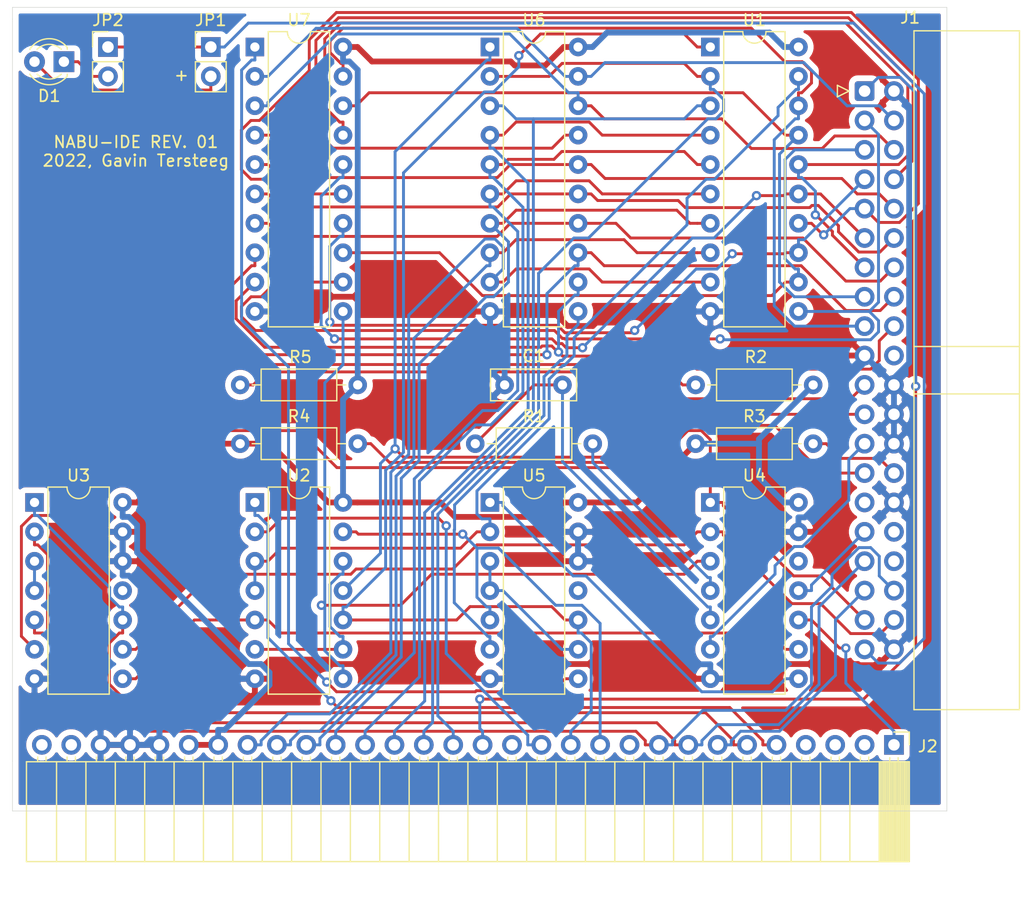
<source format=kicad_pcb>
(kicad_pcb (version 20171130) (host pcbnew "(5.1.12)-1")
  (layers (0 F.Cu signal) (31 B.Cu signal) (34 B.Paste user) (35 F.Paste user) (36 B.SilkS user) (37 F.SilkS user) (38 B.Mask user) (39 F.Mask user) (44 Edge.Cuts user))
  (net 0 "")
  (net 1 GND)
  (net 2 "Net-(C1-Pad2)")
  (net 3 "Net-(D1-Pad1)")
  (net 4 "Net-(D1-Pad2)")
  (net 5 /*NABU_RESET)
  (net 6 /BUF_D7)
  (net 7 /BUF_D6)
  (net 8 /BUF_D5)
  (net 9 /BUF_D4)
  (net 10 /BUF_D3)
  (net 11 /BUF_D2)
  (net 12 /BUF_D1)
  (net 13 /BUF_D0)
  (net 14 /IDE_DMARQ)
  (net 15 /*IDE_WR)
  (net 16 /*IDE_RD)
  (net 17 /IDE_IORDY)
  (net 18 "Net-(J1-Pad29)")
  (net 19 /IDE_IRQ)
  (net 20 /NABU_A2)
  (net 21 /NABU_A1)
  (net 22 /*IDE_CS0)
  (net 23 /*IDE_ACTIVE)
  (net 24 /IDE_D8)
  (net 25 /IDE_D9)
  (net 26 /IDE_D10)
  (net 27 /IDE_D11)
  (net 28 /IDE_D12)
  (net 29 /IDE_D13)
  (net 30 /IDE_D14)
  (net 31 /IDE_D15)
  (net 32 "Net-(J1-Pad20)")
  (net 33 /IDE_CSEL)
  (net 34 "Net-(J1-Pad32)")
  (net 35 "Net-(J1-Pad34)")
  (net 36 /NABU_A3)
  (net 37 /*IDE_CS1)
  (net 38 /*NABU_INT)
  (net 39 "Net-(J2-Pad2)")
  (net 40 "Net-(J2-Pad3)")
  (net 41 "Net-(J2-Pad4)")
  (net 42 /*NABU_CS)
  (net 43 /NABU_A0)
  (net 44 "Net-(J2-Pad10)")
  (net 45 /*NABU_WR)
  (net 46 /*NABU_RD)
  (net 47 /*NABU_IORQ)
  (net 48 "Net-(J2-Pad14)")
  (net 49 /NABU_D0)
  (net 50 /NABU_D1)
  (net 51 /NABU_D2)
  (net 52 /NABU_D3)
  (net 53 /NABU_D4)
  (net 54 /NABU_D5)
  (net 55 /NABU_D6)
  (net 56 /NABU_D7)
  (net 57 /+5V)
  (net 58 "Net-(J2-Pad29)")
  (net 59 "Net-(J2-Pad30)")
  (net 60 "Net-(R1-Pad2)")
  (net 61 "Net-(U1-Pad19)")
  (net 62 "Net-(U2-Pad8)")
  (net 63 "Net-(U2-Pad12)")
  (net 64 /ENDIAN)
  (net 65 "Net-(U3-Pad11)")
  (net 66 "Net-(U3-Pad3)")
  (net 67 "Net-(U4-Pad8)")
  (net 68 "Net-(U4-Pad12)")
  (net 69 "Net-(U5-Pad6)")
  (net 70 "Net-(U5-Pad11)")
  (net 71 "Net-(U5-Pad3)")
  (net 72 "Net-(U5-Pad8)")
  (module Connector_PinSocket_2.54mm:PinSocket_1x30_P2.54mm_Horizontal (layer F.Cu) (at 254.635 147.32 270)
    (fp_text reference J2 (at -7.493 -2.921 180) (layer F.SilkS))
    (fp_text value "NABU Expansion Header")
    (pad 1 thru_hole rect (at -7.62 0 270) (size 1.7 1.7) (drill 1) (layers *.Cu *.Mask) (net 38 /*NABU_INT))
    (pad 2 thru_hole oval (at -7.62 2.54 270) (size 1.7 1.7) (drill 1) (layers *.Cu *.Mask) (net 39 "Net-(J2-Pad2)"))
    (pad 3 thru_hole oval (at -7.62 5.08 270) (size 1.7 1.7) (drill 1) (layers *.Cu *.Mask) (net 40 "Net-(J2-Pad3)"))
    (pad 4 thru_hole oval (at -7.62 7.62 270) (size 1.7 1.7) (drill 1) (layers *.Cu *.Mask) (net 41 "Net-(J2-Pad4)"))
    (pad 5 thru_hole oval (at -7.62 10.16 270) (size 1.7 1.7) (drill 1) (layers *.Cu *.Mask) (net 42 /*NABU_CS))
    (pad 6 thru_hole oval (at -7.62 12.7 270) (size 1.7 1.7) (drill 1) (layers *.Cu *.Mask) (net 43 /NABU_A0))
    (pad 7 thru_hole oval (at -7.62 15.24 270) (size 1.7 1.7) (drill 1) (layers *.Cu *.Mask) (net 21 /NABU_A1))
    (pad 8 thru_hole oval (at -7.62 17.78 270) (size 1.7 1.7) (drill 1) (layers *.Cu *.Mask) (net 20 /NABU_A2))
    (pad 9 thru_hole oval (at -7.62 20.32 270) (size 1.7 1.7) (drill 1) (layers *.Cu *.Mask) (net 36 /NABU_A3))
    (pad 10 thru_hole oval (at -7.62 22.86 270) (size 1.7 1.7) (drill 1) (layers *.Cu *.Mask) (net 44 "Net-(J2-Pad10)"))
    (pad 11 thru_hole oval (at -7.62 25.4 270) (size 1.7 1.7) (drill 1) (layers *.Cu *.Mask) (net 45 /*NABU_WR))
    (pad 12 thru_hole oval (at -7.62 27.94 270) (size 1.7 1.7) (drill 1) (layers *.Cu *.Mask) (net 46 /*NABU_RD))
    (pad 13 thru_hole oval (at -7.62 30.48 270) (size 1.7 1.7) (drill 1) (layers *.Cu *.Mask) (net 47 /*NABU_IORQ))
    (pad 14 thru_hole oval (at -7.62 33.02 270) (size 1.7 1.7) (drill 1) (layers *.Cu *.Mask) (net 48 "Net-(J2-Pad14)"))
    (pad 15 thru_hole oval (at -7.62 35.56 270) (size 1.7 1.7) (drill 1) (layers *.Cu *.Mask) (net 5 /*NABU_RESET))
    (pad 16 thru_hole oval (at -7.62 38.1 270) (size 1.7 1.7) (drill 1) (layers *.Cu *.Mask) (net 49 /NABU_D0))
    (pad 17 thru_hole oval (at -7.62 40.64 270) (size 1.7 1.7) (drill 1) (layers *.Cu *.Mask) (net 50 /NABU_D1))
    (pad 18 thru_hole oval (at -7.62 43.18 270) (size 1.7 1.7) (drill 1) (layers *.Cu *.Mask) (net 51 /NABU_D2))
    (pad 19 thru_hole oval (at -7.62 45.72 270) (size 1.7 1.7) (drill 1) (layers *.Cu *.Mask) (net 52 /NABU_D3))
    (pad 20 thru_hole oval (at -7.62 48.26 270) (size 1.7 1.7) (drill 1) (layers *.Cu *.Mask) (net 53 /NABU_D4))
    (pad 21 thru_hole oval (at -7.62 50.8 270) (size 1.7 1.7) (drill 1) (layers *.Cu *.Mask) (net 54 /NABU_D5))
    (pad 22 thru_hole oval (at -7.62 53.34 270) (size 1.7 1.7) (drill 1) (layers *.Cu *.Mask) (net 55 /NABU_D6))
    (pad 23 thru_hole oval (at -7.62 55.88 270) (size 1.7 1.7) (drill 1) (layers *.Cu *.Mask) (net 56 /NABU_D7))
    (pad 24 thru_hole oval (at -7.62 58.42 270) (size 1.7 1.7) (drill 1) (layers *.Cu *.Mask) (net 57 /+5V))
    (pad 25 thru_hole oval (at -7.62 60.96 270) (size 1.7 1.7) (drill 1) (layers *.Cu *.Mask) (net 57 /+5V))
    (pad 26 thru_hole oval (at -7.62 63.5 270) (size 1.7 1.7) (drill 1) (layers *.Cu *.Mask) (net 1 GND))
    (pad 27 thru_hole oval (at -7.62 66.04 270) (size 1.7 1.7) (drill 1) (layers *.Cu *.Mask) (net 1 GND))
    (pad 28 thru_hole oval (at -7.62 68.58 270) (size 1.7 1.7) (drill 1) (layers *.Cu *.Mask) (net 1 GND))
    (pad 29 thru_hole oval (at -7.62 71.12 270) (size 1.7 1.7) (drill 1) (layers *.Cu *.Mask) (net 58 "Net-(J2-Pad29)"))
    (pad 30 thru_hole oval (at -7.62 73.66 270) (size 1.7 1.7) (drill 1) (layers *.Cu *.Mask) (net 59 "Net-(J2-Pad30)"))
  )
  (module Connector_IDC:IDC-Header_2x20_P2.54mm_Horizontal (layer F.Cu) (at 252.095 83.185)
    (fp_text reference J1 (at 3.937 -6.35) (layer F.SilkS))
    (fp_text value "IDE ATA Bus")
    (pad 40 thru_hole circle (at 2.54 48.26) (size 1.7 1.7) (drill 1) (layers *.Cu *.Mask) (net 1 GND))
    (pad 38 thru_hole circle (at 2.54 45.72) (size 1.7 1.7) (drill 1) (layers *.Cu *.Mask) (net 37 /*IDE_CS1))
    (pad 36 thru_hole circle (at 2.54 43.18) (size 1.7 1.7) (drill 1) (layers *.Cu *.Mask) (net 36 /NABU_A3))
    (pad 34 thru_hole circle (at 2.54 40.64) (size 1.7 1.7) (drill 1) (layers *.Cu *.Mask) (net 35 "Net-(J1-Pad34)"))
    (pad 32 thru_hole circle (at 2.54 38.1) (size 1.7 1.7) (drill 1) (layers *.Cu *.Mask) (net 34 "Net-(J1-Pad32)"))
    (pad 30 thru_hole circle (at 2.54 35.56) (size 1.7 1.7) (drill 1) (layers *.Cu *.Mask) (net 1 GND))
    (pad 28 thru_hole circle (at 2.54 33.02) (size 1.7 1.7) (drill 1) (layers *.Cu *.Mask) (net 33 /IDE_CSEL))
    (pad 26 thru_hole circle (at 2.54 30.48) (size 1.7 1.7) (drill 1) (layers *.Cu *.Mask) (net 1 GND))
    (pad 24 thru_hole circle (at 2.54 27.94) (size 1.7 1.7) (drill 1) (layers *.Cu *.Mask) (net 1 GND))
    (pad 22 thru_hole circle (at 2.54 25.4) (size 1.7 1.7) (drill 1) (layers *.Cu *.Mask) (net 1 GND))
    (pad 20 thru_hole circle (at 2.54 22.86) (size 1.7 1.7) (drill 1) (layers *.Cu *.Mask) (net 32 "Net-(J1-Pad20)"))
    (pad 18 thru_hole circle (at 2.54 20.32) (size 1.7 1.7) (drill 1) (layers *.Cu *.Mask) (net 31 /IDE_D15))
    (pad 16 thru_hole circle (at 2.54 17.78) (size 1.7 1.7) (drill 1) (layers *.Cu *.Mask) (net 30 /IDE_D14))
    (pad 14 thru_hole circle (at 2.54 15.24) (size 1.7 1.7) (drill 1) (layers *.Cu *.Mask) (net 29 /IDE_D13))
    (pad 12 thru_hole circle (at 2.54 12.7) (size 1.7 1.7) (drill 1) (layers *.Cu *.Mask) (net 28 /IDE_D12))
    (pad 10 thru_hole circle (at 2.54 10.16) (size 1.7 1.7) (drill 1) (layers *.Cu *.Mask) (net 27 /IDE_D11))
    (pad 8 thru_hole circle (at 2.54 7.62) (size 1.7 1.7) (drill 1) (layers *.Cu *.Mask) (net 26 /IDE_D10))
    (pad 6 thru_hole circle (at 2.54 5.08) (size 1.7 1.7) (drill 1) (layers *.Cu *.Mask) (net 25 /IDE_D9))
    (pad 4 thru_hole circle (at 2.54 2.54) (size 1.7 1.7) (drill 1) (layers *.Cu *.Mask) (net 24 /IDE_D8))
    (pad 2 thru_hole circle (at 2.54 0) (size 1.7 1.7) (drill 1) (layers *.Cu *.Mask) (net 1 GND))
    (pad 39 thru_hole circle (at 0 48.26) (size 1.7 1.7) (drill 1) (layers *.Cu *.Mask) (net 23 /*IDE_ACTIVE))
    (pad 37 thru_hole circle (at 0 45.72) (size 1.7 1.7) (drill 1) (layers *.Cu *.Mask) (net 22 /*IDE_CS0))
    (pad 35 thru_hole circle (at 0 43.18) (size 1.7 1.7) (drill 1) (layers *.Cu *.Mask) (net 21 /NABU_A1))
    (pad 33 thru_hole circle (at 0 40.64) (size 1.7 1.7) (drill 1) (layers *.Cu *.Mask) (net 20 /NABU_A2))
    (pad 31 thru_hole circle (at 0 38.1) (size 1.7 1.7) (drill 1) (layers *.Cu *.Mask) (net 19 /IDE_IRQ))
    (pad 29 thru_hole circle (at 0 35.56) (size 1.7 1.7) (drill 1) (layers *.Cu *.Mask) (net 18 "Net-(J1-Pad29)"))
    (pad 27 thru_hole circle (at 0 33.02) (size 1.7 1.7) (drill 1) (layers *.Cu *.Mask) (net 17 /IDE_IORDY))
    (pad 25 thru_hole circle (at 0 30.48) (size 1.7 1.7) (drill 1) (layers *.Cu *.Mask) (net 16 /*IDE_RD))
    (pad 23 thru_hole circle (at 0 27.94) (size 1.7 1.7) (drill 1) (layers *.Cu *.Mask) (net 15 /*IDE_WR))
    (pad 21 thru_hole circle (at 0 25.4) (size 1.7 1.7) (drill 1) (layers *.Cu *.Mask) (net 14 /IDE_DMARQ))
    (pad 19 thru_hole circle (at 0 22.86) (size 1.7 1.7) (drill 1) (layers *.Cu *.Mask) (net 1 GND))
    (pad 17 thru_hole circle (at 0 20.32) (size 1.7 1.7) (drill 1) (layers *.Cu *.Mask) (net 13 /BUF_D0))
    (pad 15 thru_hole circle (at 0 17.78) (size 1.7 1.7) (drill 1) (layers *.Cu *.Mask) (net 12 /BUF_D1))
    (pad 13 thru_hole circle (at 0 15.24) (size 1.7 1.7) (drill 1) (layers *.Cu *.Mask) (net 11 /BUF_D2))
    (pad 11 thru_hole circle (at 0 12.7) (size 1.7 1.7) (drill 1) (layers *.Cu *.Mask) (net 10 /BUF_D3))
    (pad 9 thru_hole circle (at 0 10.16) (size 1.7 1.7) (drill 1) (layers *.Cu *.Mask) (net 9 /BUF_D4))
    (pad 7 thru_hole circle (at 0 7.62) (size 1.7 1.7) (drill 1) (layers *.Cu *.Mask) (net 8 /BUF_D5))
    (pad 5 thru_hole circle (at 0 5.08) (size 1.7 1.7) (drill 1) (layers *.Cu *.Mask) (net 7 /BUF_D6))
    (pad 3 thru_hole circle (at 0 2.54) (size 1.7 1.7) (drill 1) (layers *.Cu *.Mask) (net 6 /BUF_D7))
    (pad 1 thru_hole roundrect (at 0 0) (size 1.7 1.7) (drill 1) (layers *.Cu *.Mask) (roundrect_rratio 0.147059) (net 5 /*NABU_RESET))
  )
  (module Capacitor_THT:C_Rect_L7.2mm_W2.5mm_P5.00mm_FKS2_FKP2_MKS2_MKP2 (layer F.Cu) (at 220.98 108.585)
    (fp_text reference C1 (at 2.5 -2.5) (layer F.SilkS))
    (fp_text value 1nF)
    (pad 1 thru_hole circle (at 0 0) (size 1.6 1.6) (drill 0.8) (layers *.Cu *.Mask) (net 1 GND))
    (pad 2 thru_hole circle (at 5 0) (size 1.6 1.6) (drill 0.8) (layers *.Cu *.Mask) (net 2 "Net-(C1-Pad2)"))
  )
  (module LED_THT:LED_D3.0mm (layer F.Cu) (at 182.88 80.645 180)
    (fp_text reference D1 (at 1.27 -2.96) (layer F.SilkS))
    (fp_text value "LED 3mm")
    (pad 1 thru_hole rect (at 0 0 180) (size 1.8 1.8) (drill 0.9) (layers *.Cu *.Mask) (net 3 "Net-(D1-Pad1)"))
    (pad 2 thru_hole circle (at 2.54 0 180) (size 1.8 1.8) (drill 0.9) (layers *.Cu *.Mask) (net 4 "Net-(D1-Pad2)"))
  )
  (module Connector_PinHeader_2.54mm:PinHeader_1x02_P2.54mm_Vertical (layer F.Cu) (at 195.58 79.375)
    (fp_text reference JP1 (at 0 -2.33) (layer F.SilkS))
    (fp_text value "External LED")
    (pad 2 thru_hole oval (at 0 2.54) (size 1.7 1.7) (drill 1) (layers *.Cu *.Mask) (net 4 "Net-(D1-Pad2)"))
    (pad 1 thru_hole rect (at 0 0) (size 1.7 1.7) (drill 1) (layers *.Cu *.Mask) (net 23 /*IDE_ACTIVE))
  )
  (module Connector_PinHeader_2.54mm:PinHeader_1x02_P2.54mm_Vertical (layer F.Cu) (at 186.69 79.375)
    (fp_text reference JP2 (at 0 -2.33) (layer F.SilkS))
    (fp_text value "Internal LED")
    (pad 1 thru_hole rect (at 0 0) (size 1.7 1.7) (drill 1) (layers *.Cu *.Mask) (net 23 /*IDE_ACTIVE))
    (pad 2 thru_hole oval (at 0 2.54) (size 1.7 1.7) (drill 1) (layers *.Cu *.Mask) (net 3 "Net-(D1-Pad1)"))
  )
  (module Resistor_THT:R_Axial_DIN0207_L6.3mm_D2.5mm_P10.16mm_Horizontal (layer F.Cu) (at 218.44 113.665)
    (fp_text reference R1 (at 5.08 -2.37) (layer F.SilkS))
    (fp_text value 50Ω)
    (pad 2 thru_hole oval (at 10.16 0) (size 1.6 1.6) (drill 0.8) (layers *.Cu *.Mask) (net 60 "Net-(R1-Pad2)"))
    (pad 1 thru_hole circle (at 0 0) (size 1.6 1.6) (drill 0.8) (layers *.Cu *.Mask) (net 2 "Net-(C1-Pad2)"))
  )
  (module Resistor_THT:R_Axial_DIN0207_L6.3mm_D2.5mm_P10.16mm_Horizontal (layer F.Cu) (at 247.65 108.585 180)
    (fp_text reference R2 (at 4.953 2.413) (layer F.SilkS))
    (fp_text value 180Ω)
    (pad 2 thru_hole oval (at 10.16 0 180) (size 1.6 1.6) (drill 0.8) (layers *.Cu *.Mask) (net 4 "Net-(D1-Pad2)"))
    (pad 1 thru_hole circle (at 0 0 180) (size 1.6 1.6) (drill 0.8) (layers *.Cu *.Mask) (net 57 /+5V))
  )
  (module Resistor_THT:R_Axial_DIN0207_L6.3mm_D2.5mm_P10.16mm_Horizontal (layer F.Cu) (at 237.49 113.665)
    (fp_text reference R3 (at 5.08 -2.37) (layer F.SilkS))
    (fp_text value 10K)
    (pad 1 thru_hole circle (at 0 0) (size 1.6 1.6) (drill 0.8) (layers *.Cu *.Mask) (net 57 /+5V))
    (pad 2 thru_hole oval (at 10.16 0) (size 1.6 1.6) (drill 0.8) (layers *.Cu *.Mask) (net 33 /IDE_CSEL))
  )
  (module Resistor_THT:R_Axial_DIN0207_L6.3mm_D2.5mm_P10.16mm_Horizontal (layer F.Cu) (at 198.12 113.665)
    (fp_text reference R4 (at 5.08 -2.37) (layer F.SilkS))
    (fp_text value 3.3K)
    (pad 1 thru_hole circle (at 0 0) (size 1.6 1.6) (drill 0.8) (layers *.Cu *.Mask) (net 57 /+5V))
    (pad 2 thru_hole oval (at 10.16 0) (size 1.6 1.6) (drill 0.8) (layers *.Cu *.Mask) (net 17 /IDE_IORDY))
  )
  (module Resistor_THT:R_Axial_DIN0207_L6.3mm_D2.5mm_P10.16mm_Horizontal (layer F.Cu) (at 208.28 108.585 180)
    (fp_text reference R5 (at 4.953 2.413) (layer F.SilkS))
    (fp_text value 3.3K)
    (pad 1 thru_hole circle (at 0 0 180) (size 1.6 1.6) (drill 0.8) (layers *.Cu *.Mask) (net 57 /+5V))
    (pad 2 thru_hole oval (at 10.16 0 180) (size 1.6 1.6) (drill 0.8) (layers *.Cu *.Mask) (net 14 /IDE_DMARQ))
  )
  (module Package_DIP:DIP-20_W7.62mm (layer F.Cu) (at 238.76 79.375)
    (fp_text reference U1 (at 3.81 -2.33) (layer F.SilkS))
    (fp_text value 74LS245)
    (pad 20 thru_hole oval (at 7.62 0) (size 1.6 1.6) (drill 0.8) (layers *.Cu *.Mask) (net 57 /+5V))
    (pad 10 thru_hole oval (at 0 22.86) (size 1.6 1.6) (drill 0.8) (layers *.Cu *.Mask) (net 1 GND))
    (pad 19 thru_hole oval (at 7.62 2.54) (size 1.6 1.6) (drill 0.8) (layers *.Cu *.Mask) (net 61 "Net-(U1-Pad19)"))
    (pad 9 thru_hole oval (at 0 20.32) (size 1.6 1.6) (drill 0.8) (layers *.Cu *.Mask) (net 56 /NABU_D7))
    (pad 18 thru_hole oval (at 7.62 5.08) (size 1.6 1.6) (drill 0.8) (layers *.Cu *.Mask) (net 13 /BUF_D0))
    (pad 8 thru_hole oval (at 0 17.78) (size 1.6 1.6) (drill 0.8) (layers *.Cu *.Mask) (net 55 /NABU_D6))
    (pad 17 thru_hole oval (at 7.62 7.62) (size 1.6 1.6) (drill 0.8) (layers *.Cu *.Mask) (net 12 /BUF_D1))
    (pad 7 thru_hole oval (at 0 15.24) (size 1.6 1.6) (drill 0.8) (layers *.Cu *.Mask) (net 54 /NABU_D5))
    (pad 16 thru_hole oval (at 7.62 10.16) (size 1.6 1.6) (drill 0.8) (layers *.Cu *.Mask) (net 11 /BUF_D2))
    (pad 6 thru_hole oval (at 0 12.7) (size 1.6 1.6) (drill 0.8) (layers *.Cu *.Mask) (net 53 /NABU_D4))
    (pad 15 thru_hole oval (at 7.62 12.7) (size 1.6 1.6) (drill 0.8) (layers *.Cu *.Mask) (net 10 /BUF_D3))
    (pad 5 thru_hole oval (at 0 10.16) (size 1.6 1.6) (drill 0.8) (layers *.Cu *.Mask) (net 52 /NABU_D3))
    (pad 14 thru_hole oval (at 7.62 15.24) (size 1.6 1.6) (drill 0.8) (layers *.Cu *.Mask) (net 9 /BUF_D4))
    (pad 4 thru_hole oval (at 0 7.62) (size 1.6 1.6) (drill 0.8) (layers *.Cu *.Mask) (net 51 /NABU_D2))
    (pad 13 thru_hole oval (at 7.62 17.78) (size 1.6 1.6) (drill 0.8) (layers *.Cu *.Mask) (net 8 /BUF_D5))
    (pad 3 thru_hole oval (at 0 5.08) (size 1.6 1.6) (drill 0.8) (layers *.Cu *.Mask) (net 50 /NABU_D1))
    (pad 12 thru_hole oval (at 7.62 20.32) (size 1.6 1.6) (drill 0.8) (layers *.Cu *.Mask) (net 7 /BUF_D6))
    (pad 2 thru_hole oval (at 0 2.54) (size 1.6 1.6) (drill 0.8) (layers *.Cu *.Mask) (net 49 /NABU_D0))
    (pad 11 thru_hole oval (at 7.62 22.86) (size 1.6 1.6) (drill 0.8) (layers *.Cu *.Mask) (net 6 /BUF_D7))
    (pad 1 thru_hole rect (at 0 0) (size 1.6 1.6) (drill 0.8) (layers *.Cu *.Mask) (net 46 /*NABU_RD))
  )
  (module Package_DIP:DIP-14_W7.62mm (layer F.Cu) (at 199.39 118.745)
    (fp_text reference U2 (at 3.81 -2.33) (layer F.SilkS))
    (fp_text value 74LS32)
    (pad 1 thru_hole rect (at 0 0) (size 1.6 1.6) (drill 0.8) (layers *.Cu *.Mask) (net 42 /*NABU_CS))
    (pad 8 thru_hole oval (at 7.62 15.24) (size 1.6 1.6) (drill 0.8) (layers *.Cu *.Mask) (net 62 "Net-(U2-Pad8)"))
    (pad 2 thru_hole oval (at 0 2.54) (size 1.6 1.6) (drill 0.8) (layers *.Cu *.Mask) (net 47 /*NABU_IORQ))
    (pad 9 thru_hole oval (at 7.62 12.7) (size 1.6 1.6) (drill 0.8) (layers *.Cu *.Mask) (net 63 "Net-(U2-Pad12)"))
    (pad 3 thru_hole oval (at 0 5.08) (size 1.6 1.6) (drill 0.8) (layers *.Cu *.Mask) (net 61 "Net-(U1-Pad19)"))
    (pad 10 thru_hole oval (at 7.62 10.16) (size 1.6 1.6) (drill 0.8) (layers *.Cu *.Mask) (net 46 /*NABU_RD))
    (pad 4 thru_hole oval (at 0 7.62) (size 1.6 1.6) (drill 0.8) (layers *.Cu *.Mask) (net 61 "Net-(U1-Pad19)"))
    (pad 11 thru_hole oval (at 7.62 7.62) (size 1.6 1.6) (drill 0.8) (layers *.Cu *.Mask) (net 15 /*IDE_WR))
    (pad 5 thru_hole oval (at 0 10.16) (size 1.6 1.6) (drill 0.8) (layers *.Cu *.Mask) (net 64 /ENDIAN))
    (pad 12 thru_hole oval (at 7.62 5.08) (size 1.6 1.6) (drill 0.8) (layers *.Cu *.Mask) (net 63 "Net-(U2-Pad12)"))
    (pad 6 thru_hole oval (at 0 12.7) (size 1.6 1.6) (drill 0.8) (layers *.Cu *.Mask) (net 63 "Net-(U2-Pad12)"))
    (pad 13 thru_hole oval (at 7.62 2.54) (size 1.6 1.6) (drill 0.8) (layers *.Cu *.Mask) (net 45 /*NABU_WR))
    (pad 7 thru_hole oval (at 0 15.24) (size 1.6 1.6) (drill 0.8) (layers *.Cu *.Mask) (net 1 GND))
    (pad 14 thru_hole oval (at 7.62 0) (size 1.6 1.6) (drill 0.8) (layers *.Cu *.Mask) (net 57 /+5V))
  )
  (module Package_DIP:DIP-14_W7.62mm (layer F.Cu) (at 180.34 118.745)
    (fp_text reference U3 (at 3.81 -2.33) (layer F.SilkS))
    (fp_text value 74LS08)
    (pad 14 thru_hole oval (at 7.62 0) (size 1.6 1.6) (drill 0.8) (layers *.Cu *.Mask) (net 57 /+5V))
    (pad 7 thru_hole oval (at 0 15.24) (size 1.6 1.6) (drill 0.8) (layers *.Cu *.Mask) (net 1 GND))
    (pad 13 thru_hole oval (at 7.62 2.54) (size 1.6 1.6) (drill 0.8) (layers *.Cu *.Mask) (net 1 GND))
    (pad 6 thru_hole oval (at 0 12.7) (size 1.6 1.6) (drill 0.8) (layers *.Cu *.Mask) (net 22 /*IDE_CS0))
    (pad 12 thru_hole oval (at 7.62 5.08) (size 1.6 1.6) (drill 0.8) (layers *.Cu *.Mask) (net 1 GND))
    (pad 5 thru_hole oval (at 0 10.16) (size 1.6 1.6) (drill 0.8) (layers *.Cu *.Mask) (net 36 /NABU_A3))
    (pad 11 thru_hole oval (at 7.62 7.62) (size 1.6 1.6) (drill 0.8) (layers *.Cu *.Mask) (net 65 "Net-(U3-Pad11)"))
    (pad 4 thru_hole oval (at 0 7.62) (size 1.6 1.6) (drill 0.8) (layers *.Cu *.Mask) (net 66 "Net-(U3-Pad3)"))
    (pad 10 thru_hole oval (at 7.62 10.16) (size 1.6 1.6) (drill 0.8) (layers *.Cu *.Mask) (net 43 /NABU_A0))
    (pad 3 thru_hole oval (at 0 5.08) (size 1.6 1.6) (drill 0.8) (layers *.Cu *.Mask) (net 66 "Net-(U3-Pad3)"))
    (pad 9 thru_hole oval (at 7.62 12.7) (size 1.6 1.6) (drill 0.8) (layers *.Cu *.Mask) (net 37 /*IDE_CS1))
    (pad 2 thru_hole oval (at 0 2.54) (size 1.6 1.6) (drill 0.8) (layers *.Cu *.Mask) (net 20 /NABU_A2))
    (pad 8 thru_hole oval (at 7.62 15.24) (size 1.6 1.6) (drill 0.8) (layers *.Cu *.Mask) (net 64 /ENDIAN))
    (pad 1 thru_hole rect (at 0 0) (size 1.6 1.6) (drill 0.8) (layers *.Cu *.Mask) (net 43 /NABU_A0))
  )
  (module Package_DIP:DIP-14_W7.62mm (layer F.Cu) (at 238.76 118.745)
    (fp_text reference U4 (at 3.81 -2.33) (layer F.SilkS))
    (fp_text value 74LS04)
    (pad 1 thru_hole rect (at 0 0) (size 1.6 1.6) (drill 0.8) (layers *.Cu *.Mask) (net 22 /*IDE_CS0))
    (pad 8 thru_hole oval (at 7.62 15.24) (size 1.6 1.6) (drill 0.8) (layers *.Cu *.Mask) (net 67 "Net-(U4-Pad8)"))
    (pad 2 thru_hole oval (at 0 2.54) (size 1.6 1.6) (drill 0.8) (layers *.Cu *.Mask) (net 37 /*IDE_CS1))
    (pad 9 thru_hole oval (at 7.62 12.7) (size 1.6 1.6) (drill 0.8) (layers *.Cu *.Mask) (net 64 /ENDIAN))
    (pad 3 thru_hole oval (at 0 5.08) (size 1.6 1.6) (drill 0.8) (layers *.Cu *.Mask) (net 62 "Net-(U2-Pad8)"))
    (pad 10 thru_hole oval (at 7.62 10.16) (size 1.6 1.6) (drill 0.8) (layers *.Cu *.Mask) (net 38 /*NABU_INT))
    (pad 4 thru_hole oval (at 0 7.62) (size 1.6 1.6) (drill 0.8) (layers *.Cu *.Mask) (net 60 "Net-(R1-Pad2)"))
    (pad 11 thru_hole oval (at 7.62 7.62) (size 1.6 1.6) (drill 0.8) (layers *.Cu *.Mask) (net 19 /IDE_IRQ))
    (pad 5 thru_hole oval (at 0 10.16) (size 1.6 1.6) (drill 0.8) (layers *.Cu *.Mask) (net 2 "Net-(C1-Pad2)"))
    (pad 12 thru_hole oval (at 7.62 5.08) (size 1.6 1.6) (drill 0.8) (layers *.Cu *.Mask) (net 68 "Net-(U4-Pad12)"))
    (pad 6 thru_hole oval (at 0 12.7) (size 1.6 1.6) (drill 0.8) (layers *.Cu *.Mask) (net 16 /*IDE_RD))
    (pad 13 thru_hole oval (at 7.62 2.54) (size 1.6 1.6) (drill 0.8) (layers *.Cu *.Mask) (net 1 GND))
    (pad 7 thru_hole oval (at 0 15.24) (size 1.6 1.6) (drill 0.8) (layers *.Cu *.Mask) (net 1 GND))
    (pad 14 thru_hole oval (at 7.62 0) (size 1.6 1.6) (drill 0.8) (layers *.Cu *.Mask) (net 57 /+5V))
  )
  (module Package_DIP:DIP-14_W7.62mm (layer F.Cu) (at 219.71 118.745)
    (fp_text reference U5 (at 3.81 -2.33) (layer F.SilkS))
    (fp_text value 74LS32)
    (pad 14 thru_hole oval (at 7.62 0) (size 1.6 1.6) (drill 0.8) (layers *.Cu *.Mask) (net 57 /+5V))
    (pad 7 thru_hole oval (at 0 15.24) (size 1.6 1.6) (drill 0.8) (layers *.Cu *.Mask) (net 1 GND))
    (pad 13 thru_hole oval (at 7.62 2.54) (size 1.6 1.6) (drill 0.8) (layers *.Cu *.Mask) (net 1 GND))
    (pad 6 thru_hole oval (at 0 12.7) (size 1.6 1.6) (drill 0.8) (layers *.Cu *.Mask) (net 69 "Net-(U5-Pad6)"))
    (pad 12 thru_hole oval (at 7.62 5.08) (size 1.6 1.6) (drill 0.8) (layers *.Cu *.Mask) (net 1 GND))
    (pad 5 thru_hole oval (at 0 10.16) (size 1.6 1.6) (drill 0.8) (layers *.Cu *.Mask) (net 45 /*NABU_WR))
    (pad 11 thru_hole oval (at 7.62 7.62) (size 1.6 1.6) (drill 0.8) (layers *.Cu *.Mask) (net 70 "Net-(U5-Pad11)"))
    (pad 4 thru_hole oval (at 0 7.62) (size 1.6 1.6) (drill 0.8) (layers *.Cu *.Mask) (net 71 "Net-(U5-Pad3)"))
    (pad 10 thru_hole oval (at 7.62 10.16) (size 1.6 1.6) (drill 0.8) (layers *.Cu *.Mask) (net 46 /*NABU_RD))
    (pad 3 thru_hole oval (at 0 5.08) (size 1.6 1.6) (drill 0.8) (layers *.Cu *.Mask) (net 71 "Net-(U5-Pad3)"))
    (pad 9 thru_hole oval (at 7.62 12.7) (size 1.6 1.6) (drill 0.8) (layers *.Cu *.Mask) (net 71 "Net-(U5-Pad3)"))
    (pad 2 thru_hole oval (at 0 2.54) (size 1.6 1.6) (drill 0.8) (layers *.Cu *.Mask) (net 61 "Net-(U1-Pad19)"))
    (pad 8 thru_hole oval (at 7.62 15.24) (size 1.6 1.6) (drill 0.8) (layers *.Cu *.Mask) (net 72 "Net-(U5-Pad8)"))
    (pad 1 thru_hole rect (at 0 0) (size 1.6 1.6) (drill 0.8) (layers *.Cu *.Mask) (net 67 "Net-(U4-Pad8)"))
  )
  (module Package_DIP:DIP-20_W7.62mm (layer F.Cu) (at 219.71 79.375)
    (fp_text reference U6 (at 3.81 -2.33) (layer F.SilkS))
    (fp_text value 74LS574)
    (pad 1 thru_hole rect (at 0 0) (size 1.6 1.6) (drill 0.8) (layers *.Cu *.Mask) (net 15 /*IDE_WR))
    (pad 11 thru_hole oval (at 7.62 22.86) (size 1.6 1.6) (drill 0.8) (layers *.Cu *.Mask) (net 69 "Net-(U5-Pad6)"))
    (pad 2 thru_hole oval (at 0 2.54) (size 1.6 1.6) (drill 0.8) (layers *.Cu *.Mask) (net 49 /NABU_D0))
    (pad 12 thru_hole oval (at 7.62 20.32) (size 1.6 1.6) (drill 0.8) (layers *.Cu *.Mask) (net 31 /IDE_D15))
    (pad 3 thru_hole oval (at 0 5.08) (size 1.6 1.6) (drill 0.8) (layers *.Cu *.Mask) (net 50 /NABU_D1))
    (pad 13 thru_hole oval (at 7.62 17.78) (size 1.6 1.6) (drill 0.8) (layers *.Cu *.Mask) (net 30 /IDE_D14))
    (pad 4 thru_hole oval (at 0 7.62) (size 1.6 1.6) (drill 0.8) (layers *.Cu *.Mask) (net 51 /NABU_D2))
    (pad 14 thru_hole oval (at 7.62 15.24) (size 1.6 1.6) (drill 0.8) (layers *.Cu *.Mask) (net 29 /IDE_D13))
    (pad 5 thru_hole oval (at 0 10.16) (size 1.6 1.6) (drill 0.8) (layers *.Cu *.Mask) (net 52 /NABU_D3))
    (pad 15 thru_hole oval (at 7.62 12.7) (size 1.6 1.6) (drill 0.8) (layers *.Cu *.Mask) (net 28 /IDE_D12))
    (pad 6 thru_hole oval (at 0 12.7) (size 1.6 1.6) (drill 0.8) (layers *.Cu *.Mask) (net 53 /NABU_D4))
    (pad 16 thru_hole oval (at 7.62 10.16) (size 1.6 1.6) (drill 0.8) (layers *.Cu *.Mask) (net 27 /IDE_D11))
    (pad 7 thru_hole oval (at 0 15.24) (size 1.6 1.6) (drill 0.8) (layers *.Cu *.Mask) (net 54 /NABU_D5))
    (pad 17 thru_hole oval (at 7.62 7.62) (size 1.6 1.6) (drill 0.8) (layers *.Cu *.Mask) (net 26 /IDE_D10))
    (pad 8 thru_hole oval (at 0 17.78) (size 1.6 1.6) (drill 0.8) (layers *.Cu *.Mask) (net 55 /NABU_D6))
    (pad 18 thru_hole oval (at 7.62 5.08) (size 1.6 1.6) (drill 0.8) (layers *.Cu *.Mask) (net 25 /IDE_D9))
    (pad 9 thru_hole oval (at 0 20.32) (size 1.6 1.6) (drill 0.8) (layers *.Cu *.Mask) (net 56 /NABU_D7))
    (pad 19 thru_hole oval (at 7.62 2.54) (size 1.6 1.6) (drill 0.8) (layers *.Cu *.Mask) (net 24 /IDE_D8))
    (pad 10 thru_hole oval (at 0 22.86) (size 1.6 1.6) (drill 0.8) (layers *.Cu *.Mask) (net 1 GND))
    (pad 20 thru_hole oval (at 7.62 0) (size 1.6 1.6) (drill 0.8) (layers *.Cu *.Mask) (net 57 /+5V))
  )
  (module Package_DIP:DIP-20_W7.62mm (layer F.Cu) (at 199.39 79.375)
    (fp_text reference U7 (at 3.81 -2.33) (layer F.SilkS))
    (fp_text value 74LS574)
    (pad 1 thru_hole rect (at 0 0) (size 1.6 1.6) (drill 0.8) (layers *.Cu *.Mask) (net 72 "Net-(U5-Pad8)"))
    (pad 11 thru_hole oval (at 7.62 22.86) (size 1.6 1.6) (drill 0.8) (layers *.Cu *.Mask) (net 62 "Net-(U2-Pad8)"))
    (pad 2 thru_hole oval (at 0 2.54) (size 1.6 1.6) (drill 0.8) (layers *.Cu *.Mask) (net 24 /IDE_D8))
    (pad 12 thru_hole oval (at 7.62 20.32) (size 1.6 1.6) (drill 0.8) (layers *.Cu *.Mask) (net 6 /BUF_D7))
    (pad 3 thru_hole oval (at 0 5.08) (size 1.6 1.6) (drill 0.8) (layers *.Cu *.Mask) (net 25 /IDE_D9))
    (pad 13 thru_hole oval (at 7.62 17.78) (size 1.6 1.6) (drill 0.8) (layers *.Cu *.Mask) (net 7 /BUF_D6))
    (pad 4 thru_hole oval (at 0 7.62) (size 1.6 1.6) (drill 0.8) (layers *.Cu *.Mask) (net 26 /IDE_D10))
    (pad 14 thru_hole oval (at 7.62 15.24) (size 1.6 1.6) (drill 0.8) (layers *.Cu *.Mask) (net 8 /BUF_D5))
    (pad 5 thru_hole oval (at 0 10.16) (size 1.6 1.6) (drill 0.8) (layers *.Cu *.Mask) (net 27 /IDE_D11))
    (pad 15 thru_hole oval (at 7.62 12.7) (size 1.6 1.6) (drill 0.8) (layers *.Cu *.Mask) (net 9 /BUF_D4))
    (pad 6 thru_hole oval (at 0 12.7) (size 1.6 1.6) (drill 0.8) (layers *.Cu *.Mask) (net 28 /IDE_D12))
    (pad 16 thru_hole oval (at 7.62 10.16) (size 1.6 1.6) (drill 0.8) (layers *.Cu *.Mask) (net 10 /BUF_D3))
    (pad 7 thru_hole oval (at 0 15.24) (size 1.6 1.6) (drill 0.8) (layers *.Cu *.Mask) (net 29 /IDE_D13))
    (pad 17 thru_hole oval (at 7.62 7.62) (size 1.6 1.6) (drill 0.8) (layers *.Cu *.Mask) (net 11 /BUF_D2))
    (pad 8 thru_hole oval (at 0 17.78) (size 1.6 1.6) (drill 0.8) (layers *.Cu *.Mask) (net 30 /IDE_D14))
    (pad 18 thru_hole oval (at 7.62 5.08) (size 1.6 1.6) (drill 0.8) (layers *.Cu *.Mask) (net 12 /BUF_D1))
    (pad 9 thru_hole oval (at 0 20.32) (size 1.6 1.6) (drill 0.8) (layers *.Cu *.Mask) (net 31 /IDE_D15))
    (pad 19 thru_hole oval (at 7.62 2.54) (size 1.6 1.6) (drill 0.8) (layers *.Cu *.Mask) (net 13 /BUF_D0))
    (pad 10 thru_hole oval (at 0 22.86) (size 1.6 1.6) (drill 0.8) (layers *.Cu *.Mask) (net 1 GND))
    (pad 20 thru_hole oval (at 7.62 0) (size 1.6 1.6) (drill 0.8) (layers *.Cu *.Mask) (net 57 /+5V))
  )
  (gr_text "+\n" (at 193.04 81.788) (layer F.SilkS) (effects (font (size 1 1))))
  (gr_line (start 259.207 141.097) (end 259.207 145.415) (layer Edge.Cuts) (width 0.05))
  (gr_line (start 178.435 141.097) (end 178.435 145.415) (layer Edge.Cuts) (width 0.05))
  (gr_text "NABU-IDE REV. 01\n2022, Gavin Tersteeg\n" (at 189.103 88.392) (layer F.SilkS) (effects (font (size 1 1))))
  (gr_line (start 259.207 75.946) (end 259.207 141.097) (layer Edge.Cuts) (width 0.05))
  (gr_line (start 178.435 75.946) (end 259.207 75.946) (layer Edge.Cuts) (width 0.05))
  (gr_line (start 178.435 76.962) (end 178.435 75.946) (layer Edge.Cuts) (width 0.05))
  (gr_line (start 178.435 141.097) (end 178.435 76.962) (layer Edge.Cuts) (width 0.05))
  (gr_line (start 259.207 145.415) (end 178.435 145.415) (layer Edge.Cuts) (width 0.05))
  (segment (start 246.38 121.285) (end 246.38 120.0347) (width 0.5) (layer B.Cu) (net 1))
  (segment (start 252.3941 106.3441) (end 249.1404 109.5978) (width 0.5) (layer B.Cu) (net 1))
  (segment (start 249.1404 109.5978) (end 249.1404 117.8182) (width 0.5) (layer B.Cu) (net 1))
  (segment (start 249.1404 117.8182) (end 246.9239 120.0347) (width 0.5) (layer B.Cu) (net 1))
  (segment (start 246.9239 120.0347) (end 246.38 120.0347) (width 0.5) (layer B.Cu) (net 1))
  (segment (start 252.3941 106.3441) (end 254.3359 108.2859) (width 0.5) (layer B.Cu) (net 1))
  (segment (start 252.095 106.045) (end 252.3941 106.3441) (width 0.5) (layer B.Cu) (net 1))
  (segment (start 254.3359 108.2859) (end 255.9468 106.675) (width 0.5) (layer B.Cu) (net 1))
  (segment (start 255.9468 106.675) (end 255.9468 84.4968) (width 0.5) (layer B.Cu) (net 1))
  (segment (start 255.9468 84.4968) (end 254.635 83.185) (width 0.5) (layer B.Cu) (net 1))
  (segment (start 254.635 108.585) (end 254.3359 108.2859) (width 0.5) (layer B.Cu) (net 1))
  (segment (start 218.4597 133.985) (end 217.1897 132.715) (width 0.5) (layer F.Cu) (net 1))
  (segment (start 217.1897 132.715) (end 201.9103 132.715) (width 0.5) (layer F.Cu) (net 1))
  (segment (start 201.9103 132.715) (end 200.6403 133.985) (width 0.5) (layer F.Cu) (net 1))
  (segment (start 252.095 106.045) (end 243.8203 106.045) (width 0.5) (layer F.Cu) (net 1))
  (segment (start 243.8203 106.045) (end 240.0103 102.235) (width 0.5) (layer F.Cu) (net 1))
  (segment (start 227.33 123.825) (end 228.5803 123.825) (width 0.5) (layer B.Cu) (net 1))
  (segment (start 228.5803 123.825) (end 237.49 132.7347) (width 0.5) (layer B.Cu) (net 1))
  (segment (start 237.49 132.7347) (end 238.76 132.7347) (width 0.5) (layer B.Cu) (net 1))
  (segment (start 238.76 133.985) (end 238.76 132.7347) (width 0.5) (layer B.Cu) (net 1))
  (segment (start 227.33 123.825) (end 227.33 121.285) (width 0.5) (layer B.Cu) (net 1))
  (segment (start 200.6403 102.235) (end 201.9103 100.965) (width 0.5) (layer F.Cu) (net 1))
  (segment (start 201.9103 100.965) (end 217.1897 100.965) (width 0.5) (layer F.Cu) (net 1))
  (segment (start 217.1897 100.965) (end 218.4597 102.235) (width 0.5) (layer F.Cu) (net 1))
  (segment (start 237.5097 102.235) (end 229.8576 102.235) (width 0.5) (layer F.Cu) (net 1))
  (segment (start 229.8576 102.235) (end 228.6028 103.4898) (width 0.5) (layer F.Cu) (net 1))
  (segment (start 228.6028 103.4898) (end 226.4228 103.4898) (width 0.5) (layer F.Cu) (net 1))
  (segment (start 226.4228 103.4898) (end 225.168 102.235) (width 0.5) (layer F.Cu) (net 1))
  (segment (start 225.168 102.235) (end 220.9603 102.235) (width 0.5) (layer F.Cu) (net 1))
  (segment (start 199.39 102.235) (end 200.6403 102.235) (width 0.5) (layer F.Cu) (net 1))
  (segment (start 238.76 133.985) (end 240.0103 133.985) (width 0.5) (layer F.Cu) (net 1))
  (segment (start 254.635 131.445) (end 253.2675 132.8125) (width 0.5) (layer F.Cu) (net 1))
  (segment (start 253.2675 132.8125) (end 251.6235 132.8125) (width 0.5) (layer F.Cu) (net 1))
  (segment (start 251.6235 132.8125) (end 251.526 132.715) (width 0.5) (layer F.Cu) (net 1))
  (segment (start 251.526 132.715) (end 241.2803 132.715) (width 0.5) (layer F.Cu) (net 1))
  (segment (start 241.2803 132.715) (end 240.0103 133.985) (width 0.5) (layer F.Cu) (net 1))
  (segment (start 219.71 133.985) (end 220.9603 133.985) (width 0.5) (layer F.Cu) (net 1))
  (segment (start 238.76 133.985) (end 237.5097 133.985) (width 0.5) (layer F.Cu) (net 1))
  (segment (start 237.5097 133.985) (end 236.2397 132.715) (width 0.5) (layer F.Cu) (net 1))
  (segment (start 236.2397 132.715) (end 222.2303 132.715) (width 0.5) (layer F.Cu) (net 1))
  (segment (start 222.2303 132.715) (end 220.9603 133.985) (width 0.5) (layer F.Cu) (net 1))
  (segment (start 254.635 118.745) (end 255.9354 120.0454) (width 0.5) (layer B.Cu) (net 1))
  (segment (start 255.9354 120.0454) (end 255.9354 130.1446) (width 0.5) (layer B.Cu) (net 1))
  (segment (start 255.9354 130.1446) (end 254.635 131.445) (width 0.5) (layer B.Cu) (net 1))
  (segment (start 254.635 111.125) (end 254.635 113.665) (width 0.5) (layer B.Cu) (net 1))
  (segment (start 254.635 108.585) (end 254.635 111.125) (width 0.5) (layer B.Cu) (net 1))
  (segment (start 180.34 133.985) (end 181.5903 133.985) (width 0.5) (layer B.Cu) (net 1))
  (segment (start 186.055 139.7) (end 186.055 138.3997) (width 0.5) (layer B.Cu) (net 1))
  (segment (start 186.055 138.3997) (end 186.005 138.3997) (width 0.5) (layer B.Cu) (net 1))
  (segment (start 186.005 138.3997) (end 181.5903 133.985) (width 0.5) (layer B.Cu) (net 1))
  (segment (start 254.635 113.665) (end 255.9354 114.9654) (width 0.5) (layer B.Cu) (net 1))
  (segment (start 255.9354 114.9654) (end 255.9354 117.4446) (width 0.5) (layer B.Cu) (net 1))
  (segment (start 255.9354 117.4446) (end 254.635 118.745) (width 0.5) (layer B.Cu) (net 1))
  (segment (start 219.71 102.235) (end 218.4597 102.235) (width 0.5) (layer F.Cu) (net 1))
  (segment (start 188.595 139.7) (end 189.8953 139.7) (width 0.5) (layer B.Cu) (net 1))
  (segment (start 191.135 139.2249) (end 190.3704 139.2249) (width 0.5) (layer B.Cu) (net 1))
  (segment (start 190.3704 139.2249) (end 189.8953 139.7) (width 0.5) (layer B.Cu) (net 1))
  (segment (start 191.135 139.2249) (end 191.135 138.3997) (width 0.5) (layer B.Cu) (net 1))
  (segment (start 191.135 139.7) (end 191.135 139.2249) (width 0.5) (layer B.Cu) (net 1))
  (segment (start 219.71 133.985) (end 219.0849 133.985) (width 0.5) (layer F.Cu) (net 1))
  (segment (start 219.71 102.235) (end 220.9603 102.235) (width 0.5) (layer F.Cu) (net 1))
  (segment (start 187.96 123.825) (end 187.96 125.0753) (width 0.5) (layer B.Cu) (net 1))
  (segment (start 196.1999 133.3348) (end 196.85 133.985) (width 0.5) (layer B.Cu) (net 1))
  (segment (start 196.85 133.985) (end 199.39 133.985) (width 0.5) (layer B.Cu) (net 1))
  (segment (start 187.96 125.0753) (end 188.507 125.0753) (width 0.5) (layer B.Cu) (net 1))
  (segment (start 188.507 125.0753) (end 191.5279 128.0962) (width 0.5) (layer B.Cu) (net 1))
  (segment (start 191.5279 128.0962) (end 191.5279 128.6629) (width 0.5) (layer B.Cu) (net 1))
  (segment (start 191.5279 128.6629) (end 196.1999 133.3348) (width 0.5) (layer B.Cu) (net 1))
  (segment (start 196.1999 133.3348) (end 191.135 138.3997) (width 0.5) (layer B.Cu) (net 1))
  (segment (start 187.96 121.285) (end 187.96 123.825) (width 0.5) (layer B.Cu) (net 1))
  (segment (start 219.0849 133.985) (end 218.4597 133.985) (width 0.5) (layer F.Cu) (net 1))
  (segment (start 186.055 139.7) (end 188.595 139.7) (width 0.5) (layer F.Cu) (net 1))
  (segment (start 238.76 102.235) (end 237.5097 102.235) (width 0.5) (layer F.Cu) (net 1))
  (segment (start 238.76 102.235) (end 240.0103 102.235) (width 0.5) (layer F.Cu) (net 1))
  (segment (start 199.39 133.985) (end 200.6403 133.985) (width 0.5) (layer F.Cu) (net 1))
  (segment (start 219.71 102.235) (end 219.71 103.4853) (width 0.5) (layer B.Cu) (net 1))
  (segment (start 219.71 103.4853) (end 220.98 104.7553) (width 0.5) (layer B.Cu) (net 1))
  (segment (start 220.98 104.7553) (end 220.98 108.585) (width 0.5) (layer B.Cu) (net 1))
  (segment (start 238.76 128.905) (end 238.76 127.7797) (width 0.25) (layer B.Cu) (net 2))
  (segment (start 238.76 127.7797) (end 238.5349 127.7797) (width 0.25) (layer B.Cu) (net 2))
  (segment (start 238.5349 127.7797) (end 225.98 115.2248) (width 0.25) (layer B.Cu) (net 2))
  (segment (start 225.98 115.2248) (end 225.98 108.585) (width 0.25) (layer B.Cu) (net 2))
  (segment (start 225.98 108.585) (end 223.52 108.585) (width 0.25) (layer F.Cu) (net 2))
  (segment (start 223.52 108.585) (end 218.44 113.665) (width 0.25) (layer F.Cu) (net 2))
  (segment (start 182.88 80.645) (end 184.1053 80.645) (width 0.25) (layer F.Cu) (net 3))
  (segment (start 186.69 81.915) (end 185.3753 81.915) (width 0.25) (layer F.Cu) (net 3))
  (segment (start 185.3753 81.915) (end 184.1053 80.645) (width 0.25) (layer F.Cu) (net 3))
  (segment (start 236.3647 108.585) (end 234.6026 106.8229) (width 0.25) (layer F.Cu) (net 4))
  (segment (start 234.6026 106.8229) (end 200.3831 106.8229) (width 0.25) (layer F.Cu) (net 4))
  (segment (start 200.3831 106.8229) (end 195.58 102.0198) (width 0.25) (layer F.Cu) (net 4))
  (segment (start 195.58 102.0198) (end 195.58 83.0939) (width 0.25) (layer F.Cu) (net 4))
  (segment (start 195.58 83.0939) (end 195.58 81.915) (width 0.25) (layer F.Cu) (net 4))
  (segment (start 195.58 83.0939) (end 182.7889 83.0939) (width 0.25) (layer F.Cu) (net 4))
  (segment (start 182.7889 83.0939) (end 180.34 80.645) (width 0.25) (layer F.Cu) (net 4))
  (segment (start 237.49 108.585) (end 236.3647 108.585) (width 0.25) (layer F.Cu) (net 4))
  (segment (start 256.5129 108.7) (end 256.5129 131.2398) (width 0.25) (layer F.Cu) (net 5))
  (segment (start 256.5129 131.2398) (end 252.0065 135.7462) (width 0.25) (layer F.Cu) (net 5))
  (segment (start 252.0065 135.7462) (end 218.833 135.7462) (width 0.25) (layer F.Cu) (net 5))
  (segment (start 219.075 138.5247) (end 218.833 138.2827) (width 0.25) (layer B.Cu) (net 5))
  (segment (start 218.833 138.2827) (end 218.833 135.7462) (width 0.25) (layer B.Cu) (net 5))
  (segment (start 219.075 139.7) (end 219.075 138.5247) (width 0.25) (layer B.Cu) (net 5))
  (segment (start 252.095 83.185) (end 253.2806 81.9994) (width 0.25) (layer B.Cu) (net 5))
  (segment (start 253.2806 81.9994) (end 255.1908 81.9994) (width 0.25) (layer B.Cu) (net 5))
  (segment (start 255.1908 81.9994) (end 256.5222 83.3308) (width 0.25) (layer B.Cu) (net 5))
  (segment (start 256.5222 83.3308) (end 256.5222 108.6907) (width 0.25) (layer B.Cu) (net 5))
  (segment (start 256.5222 108.6907) (end 256.5129 108.7) (width 0.25) (layer B.Cu) (net 5))
  (via (at 218.833 135.7462) (size 0.8) (layers F.Cu B.Cu) (net 5))
  (via (at 256.5129 108.7) (size 0.8) (layers F.Cu B.Cu) (net 5))
  (segment (start 239.6075 104.6075) (end 226.169 104.6075) (width 0.25) (layer F.Cu) (net 6))
  (segment (start 226.169 104.6075) (end 226.1258 104.5643) (width 0.25) (layer F.Cu) (net 6))
  (segment (start 226.1258 104.5643) (end 225.9697 104.5643) (width 0.25) (layer F.Cu) (net 6))
  (segment (start 225.9697 104.5643) (end 225.2861 103.8807) (width 0.25) (layer F.Cu) (net 6))
  (segment (start 225.2861 103.8807) (end 199.424 103.8807) (width 0.25) (layer F.Cu) (net 6))
  (segment (start 199.424 103.8807) (end 198.2254 102.6821) (width 0.25) (layer F.Cu) (net 6))
  (segment (start 198.2254 102.6821) (end 198.2254 101.8011) (width 0.25) (layer F.Cu) (net 6))
  (segment (start 198.2254 101.8011) (end 199.0615 100.965) (width 0.25) (layer F.Cu) (net 6))
  (segment (start 199.0615 100.965) (end 199.94 100.965) (width 0.25) (layer F.Cu) (net 6))
  (segment (start 199.94 100.965) (end 201.21 99.695) (width 0.25) (layer F.Cu) (net 6))
  (segment (start 201.21 99.695) (end 207.01 99.695) (width 0.25) (layer F.Cu) (net 6))
  (segment (start 252.5044 102.235) (end 253.2997 101.4397) (width 0.25) (layer B.Cu) (net 6))
  (segment (start 253.2997 101.4397) (end 253.2997 86.9297) (width 0.25) (layer B.Cu) (net 6))
  (segment (start 253.2997 86.9297) (end 252.095 85.725) (width 0.25) (layer B.Cu) (net 6))
  (segment (start 246.38 102.235) (end 252.5044 102.235) (width 0.25) (layer B.Cu) (net 6))
  (segment (start 239.6075 104.6075) (end 239.6804 104.6804) (width 0.25) (layer B.Cu) (net 6))
  (segment (start 239.6804 104.6804) (end 252.6206 104.6804) (width 0.25) (layer B.Cu) (net 6))
  (segment (start 252.6206 104.6804) (end 253.3019 103.9991) (width 0.25) (layer B.Cu) (net 6))
  (segment (start 253.3019 103.9991) (end 253.3019 103.0325) (width 0.25) (layer B.Cu) (net 6))
  (segment (start 253.3019 103.0325) (end 252.5044 102.235) (width 0.25) (layer B.Cu) (net 6))
  (via (at 239.6075 104.6075) (size 0.8) (layers F.Cu B.Cu) (net 6))
  (segment (start 246.38 99.695) (end 245.2547 99.695) (width 0.25) (layer F.Cu) (net 7))
  (segment (start 245.2547 99.695) (end 244.0874 100.8623) (width 0.25) (layer F.Cu) (net 7))
  (segment (start 244.0874 100.8623) (end 219.0573 100.8623) (width 0.25) (layer F.Cu) (net 7))
  (segment (start 219.0573 100.8623) (end 215.35 97.155) (width 0.25) (layer F.Cu) (net 7))
  (segment (start 215.35 97.155) (end 207.01 97.155) (width 0.25) (layer F.Cu) (net 7))
  (segment (start 246.38 99.695) (end 246.38 98.5697) (width 0.25) (layer B.Cu) (net 7))
  (segment (start 246.38 98.5697) (end 246.0987 98.5697) (width 0.25) (layer B.Cu) (net 7))
  (segment (start 246.0987 98.5697) (end 245.2257 97.6967) (width 0.25) (layer B.Cu) (net 7))
  (segment (start 245.2257 97.6967) (end 245.2257 89.0961) (width 0.25) (layer B.Cu) (net 7))
  (segment (start 245.2257 89.0961) (end 246.0568 88.265) (width 0.25) (layer B.Cu) (net 7))
  (segment (start 246.0568 88.265) (end 252.095 88.265) (width 0.25) (layer B.Cu) (net 7))
  (segment (start 246.38 97.155) (end 246.38 96.0297) (width 0.25) (layer B.Cu) (net 8))
  (segment (start 246.38 96.0297) (end 246.8703 96.0297) (width 0.25) (layer B.Cu) (net 8))
  (segment (start 246.8703 96.0297) (end 252.095 90.805) (width 0.25) (layer B.Cu) (net 8))
  (segment (start 232.2215 103.875) (end 232.0217 104.0748) (width 0.25) (layer F.Cu) (net 8))
  (segment (start 232.0217 104.0748) (end 226.1941 104.0748) (width 0.25) (layer F.Cu) (net 8))
  (segment (start 226.1941 104.0748) (end 225.5497 103.4304) (width 0.25) (layer F.Cu) (net 8))
  (segment (start 225.5497 103.4304) (end 206.1413 103.4304) (width 0.25) (layer F.Cu) (net 8))
  (segment (start 206.1413 103.4304) (end 205.8662 103.1553) (width 0.25) (layer F.Cu) (net 8))
  (segment (start 207.01 95.7403) (end 206.7287 95.7403) (width 0.25) (layer B.Cu) (net 8))
  (segment (start 206.7287 95.7403) (end 205.8662 96.6028) (width 0.25) (layer B.Cu) (net 8))
  (segment (start 205.8662 96.6028) (end 205.8662 103.1553) (width 0.25) (layer B.Cu) (net 8))
  (segment (start 240.6555 97.2467) (end 239.3326 98.5696) (width 0.25) (layer B.Cu) (net 8))
  (segment (start 239.3326 98.5696) (end 237.5269 98.5696) (width 0.25) (layer B.Cu) (net 8))
  (segment (start 237.5269 98.5696) (end 232.2215 103.875) (width 0.25) (layer B.Cu) (net 8))
  (segment (start 207.01 94.615) (end 207.01 95.7403) (width 0.25) (layer B.Cu) (net 8))
  (segment (start 246.38 97.155) (end 245.2547 97.155) (width 0.25) (layer F.Cu) (net 8))
  (segment (start 240.6555 97.2467) (end 245.163 97.2467) (width 0.25) (layer F.Cu) (net 8))
  (segment (start 245.163 97.2467) (end 245.2547 97.155) (width 0.25) (layer F.Cu) (net 8))
  (via (at 240.6555 97.2467) (size 0.8) (layers F.Cu B.Cu) (net 8))
  (via (at 232.2215 103.875) (size 0.8) (layers F.Cu B.Cu) (net 8))
  (via (at 205.8662 103.1553) (size 0.8) (layers F.Cu B.Cu) (net 8))
  (segment (start 252.095 93.345) (end 253.2902 94.5402) (width 0.25) (layer F.Cu) (net 9))
  (segment (start 253.2902 94.5402) (end 255.1133 94.5402) (width 0.25) (layer F.Cu) (net 9))
  (segment (start 255.1133 94.5402) (end 256.747 92.9065) (width 0.25) (layer F.Cu) (net 9))
  (segment (start 256.747 92.9065) (end 256.747 82.186) (width 0.25) (layer F.Cu) (net 9))
  (segment (start 256.747 82.186) (end 250.9534 76.3924) (width 0.25) (layer F.Cu) (net 9))
  (segment (start 250.9534 76.3924) (end 206.4376 76.3924) (width 0.25) (layer F.Cu) (net 9))
  (segment (start 206.4376 76.3924) (end 204.0923 78.7377) (width 0.25) (layer F.Cu) (net 9))
  (segment (start 204.0923 78.7377) (end 204.0923 81.415) (width 0.25) (layer F.Cu) (net 9))
  (segment (start 204.0923 81.415) (end 199.7823 85.725) (width 0.25) (layer F.Cu) (net 9))
  (segment (start 199.7823 85.725) (end 199.0493 85.725) (width 0.25) (layer F.Cu) (net 9))
  (segment (start 199.0493 85.725) (end 198.2214 86.5529) (width 0.25) (layer F.Cu) (net 9))
  (segment (start 198.2214 86.5529) (end 198.2214 89.9691) (width 0.25) (layer F.Cu) (net 9))
  (segment (start 198.2214 89.9691) (end 199.0573 90.805) (width 0.25) (layer F.Cu) (net 9))
  (segment (start 199.0573 90.805) (end 200.4939 90.805) (width 0.25) (layer F.Cu) (net 9))
  (segment (start 200.4939 90.805) (end 201.7639 92.075) (width 0.25) (layer F.Cu) (net 9))
  (segment (start 201.7639 92.075) (end 207.01 92.075) (width 0.25) (layer F.Cu) (net 9))
  (segment (start 246.38 94.615) (end 247.5053 94.615) (width 0.25) (layer F.Cu) (net 9))
  (segment (start 248.5618 95.6124) (end 248.5027 95.6124) (width 0.25) (layer F.Cu) (net 9))
  (segment (start 248.5027 95.6124) (end 247.5053 94.615) (width 0.25) (layer F.Cu) (net 9))
  (segment (start 252.095 93.345) (end 250.8292 93.345) (width 0.25) (layer B.Cu) (net 9))
  (segment (start 250.8292 93.345) (end 248.5618 95.6124) (width 0.25) (layer B.Cu) (net 9))
  (via (at 248.5618 95.6124) (size 0.8) (layers F.Cu B.Cu) (net 9))
  (segment (start 227.7142 105.3693) (end 226.2939 105.3693) (width 0.25) (layer F.Cu) (net 10))
  (segment (start 226.2939 105.3693) (end 225.9392 105.0146) (width 0.25) (layer F.Cu) (net 10))
  (segment (start 225.9392 105.0146) (end 225.4813 105.0146) (width 0.25) (layer F.Cu) (net 10))
  (segment (start 225.4813 105.0146) (end 225.0727 104.606) (width 0.25) (layer F.Cu) (net 10))
  (segment (start 225.0727 104.606) (end 206.2761 104.606) (width 0.25) (layer F.Cu) (net 10))
  (segment (start 207.01 90.6603) (end 206.7287 90.6603) (width 0.25) (layer B.Cu) (net 10))
  (segment (start 206.7287 90.6603) (end 205.1193 92.2697) (width 0.25) (layer B.Cu) (net 10))
  (segment (start 205.1193 92.2697) (end 205.1193 103.4492) (width 0.25) (layer B.Cu) (net 10))
  (segment (start 205.1193 103.4492) (end 206.2761 104.606) (width 0.25) (layer B.Cu) (net 10))
  (segment (start 242.7503 92.2212) (end 239.0865 95.885) (width 0.25) (layer B.Cu) (net 10))
  (segment (start 239.0865 95.885) (end 237.1985 95.885) (width 0.25) (layer B.Cu) (net 10))
  (segment (start 237.1985 95.885) (end 227.7142 105.3693) (width 0.25) (layer B.Cu) (net 10))
  (segment (start 207.01 89.535) (end 207.01 90.6603) (width 0.25) (layer B.Cu) (net 10))
  (segment (start 246.38 92.075) (end 245.2547 92.075) (width 0.25) (layer F.Cu) (net 10))
  (segment (start 242.7503 92.2212) (end 245.1085 92.2212) (width 0.25) (layer F.Cu) (net 10))
  (segment (start 245.1085 92.2212) (end 245.2547 92.075) (width 0.25) (layer F.Cu) (net 10))
  (segment (start 252.095 95.885) (end 248.285 92.075) (width 0.25) (layer F.Cu) (net 10))
  (segment (start 248.285 92.075) (end 246.38 92.075) (width 0.25) (layer F.Cu) (net 10))
  (via (at 242.7503 92.2212) (size 0.8) (layers F.Cu B.Cu) (net 10))
  (via (at 227.7142 105.3693) (size 0.8) (layers F.Cu B.Cu) (net 10))
  (via (at 206.2761 104.606) (size 0.8) (layers F.Cu B.Cu) (net 10))
  (segment (start 246.38 89.535) (end 255.0425 89.535) (width 0.25) (layer F.Cu) (net 11))
  (segment (start 255.0425 89.535) (end 255.8309 88.7466) (width 0.25) (layer F.Cu) (net 11))
  (segment (start 255.8309 88.7466) (end 255.8309 82.6581) (width 0.25) (layer F.Cu) (net 11))
  (segment (start 255.8309 82.6581) (end 250.4658 77.293) (width 0.25) (layer F.Cu) (net 11))
  (segment (start 250.4658 77.293) (end 206.8108 77.293) (width 0.25) (layer F.Cu) (net 11))
  (segment (start 206.8108 77.293) (end 205.4311 78.6727) (width 0.25) (layer F.Cu) (net 11))
  (segment (start 205.4311 78.6727) (end 205.4311 84.5721) (width 0.25) (layer F.Cu) (net 11))
  (segment (start 205.4311 84.5721) (end 206.7287 85.8697) (width 0.25) (layer F.Cu) (net 11))
  (segment (start 206.7287 85.8697) (end 207.01 85.8697) (width 0.25) (layer F.Cu) (net 11))
  (segment (start 252.095 98.425) (end 249.3152 95.6452) (width 0.25) (layer F.Cu) (net 11))
  (segment (start 249.3152 95.6452) (end 249.3152 95.3217) (width 0.25) (layer F.Cu) (net 11))
  (segment (start 249.3152 95.3217) (end 247.8825 93.889) (width 0.25) (layer F.Cu) (net 11))
  (segment (start 247.8825 93.889) (end 247.8407 93.889) (width 0.25) (layer F.Cu) (net 11))
  (segment (start 207.01 86.995) (end 207.01 85.8697) (width 0.25) (layer F.Cu) (net 11))
  (segment (start 246.38 90.6603) (end 246.6613 90.6603) (width 0.25) (layer B.Cu) (net 11))
  (segment (start 246.6613 90.6603) (end 247.8407 91.8397) (width 0.25) (layer B.Cu) (net 11))
  (segment (start 247.8407 91.8397) (end 247.8407 93.889) (width 0.25) (layer B.Cu) (net 11))
  (segment (start 246.38 89.535) (end 246.38 90.6603) (width 0.25) (layer B.Cu) (net 11))
  (via (at 247.8407 93.889) (size 0.8) (layers F.Cu B.Cu) (net 11))
  (segment (start 246.38 86.995) (end 245.2547 86.995) (width 0.25) (layer F.Cu) (net 12))
  (segment (start 207.01 84.455) (end 208.1353 84.455) (width 0.25) (layer F.Cu) (net 12))
  (segment (start 208.1353 84.455) (end 209.2606 83.3297) (width 0.25) (layer F.Cu) (net 12))
  (segment (start 209.2606 83.3297) (end 241.5894 83.3297) (width 0.25) (layer F.Cu) (net 12))
  (segment (start 241.5894 83.3297) (end 245.2547 86.995) (width 0.25) (layer F.Cu) (net 12))
  (segment (start 246.38 86.995) (end 244.7424 88.6326) (width 0.25) (layer B.Cu) (net 12))
  (segment (start 244.7424 88.6326) (end 244.7424 99.6919) (width 0.25) (layer B.Cu) (net 12))
  (segment (start 244.7424 99.6919) (end 246.0155 100.965) (width 0.25) (layer B.Cu) (net 12))
  (segment (start 246.0155 100.965) (end 252.095 100.965) (width 0.25) (layer B.Cu) (net 12))
  (segment (start 246.38 84.455) (end 246.38 85.5803) (width 0.25) (layer B.Cu) (net 13))
  (segment (start 246.38 85.5803) (end 246.0987 85.5803) (width 0.25) (layer B.Cu) (net 13))
  (segment (start 246.0987 85.5803) (end 244.2856 87.3934) (width 0.25) (layer B.Cu) (net 13))
  (segment (start 244.2856 87.3934) (end 244.2856 101.7471) (width 0.25) (layer B.Cu) (net 13))
  (segment (start 244.2856 101.7471) (end 246.0435 103.505) (width 0.25) (layer B.Cu) (net 13))
  (segment (start 246.0435 103.505) (end 252.095 103.505) (width 0.25) (layer B.Cu) (net 13))
  (segment (start 246.38 84.455) (end 246.38 83.3297) (width 0.25) (layer F.Cu) (net 13))
  (segment (start 207.01 81.915) (end 207.01 80.7897) (width 0.25) (layer F.Cu) (net 13))
  (segment (start 207.01 80.7897) (end 206.8247 80.7897) (width 0.25) (layer F.Cu) (net 13))
  (segment (start 206.8247 80.7897) (end 205.8814 79.8464) (width 0.25) (layer F.Cu) (net 13))
  (segment (start 205.8814 79.8464) (end 205.8814 78.8593) (width 0.25) (layer F.Cu) (net 13))
  (segment (start 205.8814 78.8593) (end 206.9974 77.7433) (width 0.25) (layer F.Cu) (net 13))
  (segment (start 206.9974 77.7433) (end 242.2989 77.7433) (width 0.25) (layer F.Cu) (net 13))
  (segment (start 242.2989 77.7433) (end 245.2006 80.645) (width 0.25) (layer F.Cu) (net 13))
  (segment (start 245.2006 80.645) (end 246.7018 80.645) (width 0.25) (layer F.Cu) (net 13))
  (segment (start 246.7018 80.645) (end 247.5053 81.4485) (width 0.25) (layer F.Cu) (net 13))
  (segment (start 247.5053 81.4485) (end 247.5053 82.4858) (width 0.25) (layer F.Cu) (net 13))
  (segment (start 247.5053 82.4858) (end 246.6614 83.3297) (width 0.25) (layer F.Cu) (net 13))
  (segment (start 246.6614 83.3297) (end 246.38 83.3297) (width 0.25) (layer F.Cu) (net 13))
  (segment (start 198.12 108.585) (end 199.2453 108.585) (width 0.25) (layer F.Cu) (net 14))
  (segment (start 199.2453 108.585) (end 200.3706 107.4597) (width 0.25) (layer F.Cu) (net 14))
  (segment (start 200.3706 107.4597) (end 232.5784 107.4597) (width 0.25) (layer F.Cu) (net 14))
  (segment (start 232.5784 107.4597) (end 234.8977 109.779) (width 0.25) (layer F.Cu) (net 14))
  (segment (start 234.8977 109.779) (end 250.901 109.779) (width 0.25) (layer F.Cu) (net 14))
  (segment (start 250.901 109.779) (end 252.095 108.585) (width 0.25) (layer F.Cu) (net 14))
  (segment (start 219.71 80.5003) (end 219.4287 80.5003) (width 0.25) (layer B.Cu) (net 15))
  (segment (start 219.4287 80.5003) (end 211.5103 88.4187) (width 0.25) (layer B.Cu) (net 15))
  (segment (start 211.5103 88.4187) (end 211.5103 114.1072) (width 0.25) (layer B.Cu) (net 15))
  (segment (start 207.01 126.365) (end 210.2421 123.1329) (width 0.25) (layer B.Cu) (net 15))
  (segment (start 210.2421 123.1329) (end 210.2421 115.3754) (width 0.25) (layer B.Cu) (net 15))
  (segment (start 210.2421 115.3754) (end 211.5103 114.1072) (width 0.25) (layer B.Cu) (net 15))
  (segment (start 252.095 111.125) (end 233.9393 111.125) (width 0.25) (layer F.Cu) (net 15))
  (segment (start 233.9393 111.125) (end 230.2331 114.8312) (width 0.25) (layer F.Cu) (net 15))
  (segment (start 230.2331 114.8312) (end 212.2343 114.8312) (width 0.25) (layer F.Cu) (net 15))
  (segment (start 212.2343 114.8312) (end 211.5103 114.1072) (width 0.25) (layer F.Cu) (net 15))
  (segment (start 219.71 79.375) (end 219.71 80.5003) (width 0.25) (layer B.Cu) (net 15))
  (via (at 211.5103 114.1072) (size 0.8) (layers F.Cu B.Cu) (net 15))
  (segment (start 238.76 131.445) (end 238.76 130.3197) (width 0.25) (layer B.Cu) (net 16))
  (segment (start 238.76 130.3197) (end 238.971 130.3197) (width 0.25) (layer B.Cu) (net 16))
  (segment (start 238.971 130.3197) (end 244.3553 124.9354) (width 0.25) (layer B.Cu) (net 16))
  (segment (start 244.3553 124.9354) (end 244.3553 124.2117) (width 0.25) (layer B.Cu) (net 16))
  (segment (start 244.3553 124.2117) (end 246.012 122.555) (width 0.25) (layer B.Cu) (net 16))
  (segment (start 246.012 122.555) (end 246.7231 122.555) (width 0.25) (layer B.Cu) (net 16))
  (segment (start 246.7231 122.555) (end 250.7304 118.5477) (width 0.25) (layer B.Cu) (net 16))
  (segment (start 250.7304 118.5477) (end 250.7304 115.0296) (width 0.25) (layer B.Cu) (net 16))
  (segment (start 250.7304 115.0296) (end 252.095 113.665) (width 0.25) (layer B.Cu) (net 16))
  (segment (start 252.095 116.205) (end 248.4431 116.205) (width 0.25) (layer F.Cu) (net 17))
  (segment (start 248.4431 116.205) (end 244.3204 112.0823) (width 0.25) (layer F.Cu) (net 17))
  (segment (start 244.3204 112.0823) (end 234.902 112.0823) (width 0.25) (layer F.Cu) (net 17))
  (segment (start 234.902 112.0823) (end 231.7014 115.2829) (width 0.25) (layer F.Cu) (net 17))
  (segment (start 231.7014 115.2829) (end 211.0232 115.2829) (width 0.25) (layer F.Cu) (net 17))
  (segment (start 211.0232 115.2829) (end 209.4053 113.665) (width 0.25) (layer F.Cu) (net 17))
  (segment (start 208.28 113.665) (end 209.4053 113.665) (width 0.25) (layer F.Cu) (net 17))
  (segment (start 246.38 126.365) (end 247.5053 126.365) (width 0.25) (layer B.Cu) (net 19))
  (segment (start 247.5053 126.365) (end 247.5053 125.8747) (width 0.25) (layer B.Cu) (net 19))
  (segment (start 247.5053 125.8747) (end 252.095 121.285) (width 0.25) (layer B.Cu) (net 19))
  (segment (start 236.855 139.7) (end 235.6797 139.7) (width 0.25) (layer F.Cu) (net 20))
  (segment (start 180.34 121.285) (end 180.34 122.4103) (width 0.25) (layer F.Cu) (net 20))
  (segment (start 180.34 122.4103) (end 180.6214 122.4103) (width 0.25) (layer F.Cu) (net 20))
  (segment (start 180.6214 122.4103) (end 181.4653 123.2542) (width 0.25) (layer F.Cu) (net 20))
  (segment (start 181.4653 123.2542) (end 181.4653 129.8) (width 0.25) (layer F.Cu) (net 20))
  (segment (start 181.4653 129.8) (end 189.4545 137.7892) (width 0.25) (layer F.Cu) (net 20))
  (segment (start 189.4545 137.7892) (end 234.1362 137.7892) (width 0.25) (layer F.Cu) (net 20))
  (segment (start 234.1362 137.7892) (end 235.6797 139.3327) (width 0.25) (layer F.Cu) (net 20))
  (segment (start 235.6797 139.3327) (end 235.6797 139.7) (width 0.25) (layer F.Cu) (net 20))
  (segment (start 252.095 123.825) (end 248.1596 127.7604) (width 0.25) (layer B.Cu) (net 20))
  (segment (start 248.1596 127.7604) (end 248.1596 134.4651) (width 0.25) (layer B.Cu) (net 20))
  (segment (start 248.1596 134.4651) (end 244.6711 137.9536) (width 0.25) (layer B.Cu) (net 20))
  (segment (start 244.6711 137.9536) (end 239.4093 137.9536) (width 0.25) (layer B.Cu) (net 20))
  (segment (start 239.4093 137.9536) (end 238.0303 139.3326) (width 0.25) (layer B.Cu) (net 20))
  (segment (start 238.0303 139.3326) (end 238.0303 139.7) (width 0.25) (layer B.Cu) (net 20))
  (segment (start 236.855 139.7) (end 238.0303 139.7) (width 0.25) (layer B.Cu) (net 20))
  (segment (start 239.395 139.7) (end 240.5703 139.7) (width 0.25) (layer B.Cu) (net 21))
  (segment (start 252.095 126.365) (end 249.5755 128.8845) (width 0.25) (layer B.Cu) (net 21))
  (segment (start 249.5755 128.8845) (end 249.5755 133.6861) (width 0.25) (layer B.Cu) (net 21))
  (segment (start 249.5755 133.6861) (end 244.7369 138.5247) (width 0.25) (layer B.Cu) (net 21))
  (segment (start 244.7369 138.5247) (end 241.3782 138.5247) (width 0.25) (layer B.Cu) (net 21))
  (segment (start 241.3782 138.5247) (end 240.5703 139.3326) (width 0.25) (layer B.Cu) (net 21))
  (segment (start 240.5703 139.3326) (end 240.5703 139.7) (width 0.25) (layer B.Cu) (net 21))
  (segment (start 180.34 131.445) (end 179.2061 130.3111) (width 0.25) (layer F.Cu) (net 22))
  (segment (start 179.2061 130.3111) (end 179.2061 120.8105) (width 0.25) (layer F.Cu) (net 22))
  (segment (start 179.2061 120.8105) (end 180.1462 119.8704) (width 0.25) (layer F.Cu) (net 22))
  (segment (start 180.1462 119.8704) (end 183.348 119.8704) (width 0.25) (layer F.Cu) (net 22))
  (segment (start 183.348 119.8704) (end 190.6829 112.5355) (width 0.25) (layer F.Cu) (net 22))
  (segment (start 190.6829 112.5355) (end 203.2816 112.5355) (width 0.25) (layer F.Cu) (net 22))
  (segment (start 203.2816 112.5355) (end 206.4794 115.7333) (width 0.25) (layer F.Cu) (net 22))
  (segment (start 206.4794 115.7333) (end 233.6215 115.7333) (width 0.25) (layer F.Cu) (net 22))
  (segment (start 233.6215 115.7333) (end 236.8221 112.5327) (width 0.25) (layer F.Cu) (net 22))
  (segment (start 236.8221 112.5327) (end 237.9774 112.5327) (width 0.25) (layer F.Cu) (net 22))
  (segment (start 237.9774 112.5327) (end 238.76 113.3153) (width 0.25) (layer F.Cu) (net 22))
  (segment (start 238.76 113.3153) (end 238.76 118.745) (width 0.25) (layer F.Cu) (net 22))
  (segment (start 238.76 118.745) (end 239.8853 118.745) (width 0.25) (layer F.Cu) (net 22))
  (segment (start 239.8853 118.745) (end 239.8853 119.0263) (width 0.25) (layer F.Cu) (net 22))
  (segment (start 239.8853 119.0263) (end 245.954 125.095) (width 0.25) (layer F.Cu) (net 22))
  (segment (start 245.954 125.095) (end 248.285 125.095) (width 0.25) (layer F.Cu) (net 22))
  (segment (start 248.285 125.095) (end 252.095 128.905) (width 0.25) (layer F.Cu) (net 22))
  (segment (start 252.095 131.445) (end 253.2791 132.6291) (width 0.25) (layer B.Cu) (net 23))
  (segment (start 253.2791 132.6291) (end 255.1226 132.6291) (width 0.25) (layer B.Cu) (net 23))
  (segment (start 255.1226 132.6291) (end 257.2542 130.4975) (width 0.25) (layer B.Cu) (net 23))
  (segment (start 257.2542 130.4975) (end 257.2542 83.4255) (width 0.25) (layer B.Cu) (net 23))
  (segment (start 257.2542 83.4255) (end 251.1364 77.3077) (width 0.25) (layer B.Cu) (net 23))
  (segment (start 251.1364 77.3077) (end 198.8226 77.3077) (width 0.25) (layer B.Cu) (net 23))
  (segment (start 198.8226 77.3077) (end 196.7553 79.375) (width 0.25) (layer B.Cu) (net 23))
  (segment (start 195.58 79.375) (end 196.7553 79.375) (width 0.25) (layer B.Cu) (net 23))
  (segment (start 186.69 79.375) (end 195.58 79.375) (width 0.25) (layer F.Cu) (net 23))
  (segment (start 227.33 81.915) (end 228.4553 81.915) (width 0.25) (layer B.Cu) (net 24))
  (segment (start 228.4553 81.915) (end 229.6459 80.7244) (width 0.25) (layer B.Cu) (net 24))
  (segment (start 229.6459 80.7244) (end 246.8493 80.7244) (width 0.25) (layer B.Cu) (net 24))
  (segment (start 246.8493 80.7244) (end 250.5804 84.4555) (width 0.25) (layer B.Cu) (net 24))
  (segment (start 250.5804 84.4555) (end 253.3655 84.4555) (width 0.25) (layer B.Cu) (net 24))
  (segment (start 253.3655 84.4555) (end 254.635 85.725) (width 0.25) (layer B.Cu) (net 24))
  (segment (start 226.7674 81.915) (end 227.33 81.915) (width 0.25) (layer B.Cu) (net 24))
  (segment (start 226.7674 81.915) (end 226.2047 81.915) (width 0.25) (layer B.Cu) (net 24))
  (segment (start 226.2047 81.915) (end 222.0477 77.758) (width 0.25) (layer B.Cu) (net 24))
  (segment (start 222.0477 77.758) (end 204.6723 77.758) (width 0.25) (layer B.Cu) (net 24))
  (segment (start 204.6723 77.758) (end 200.5153 81.915) (width 0.25) (layer B.Cu) (net 24))
  (segment (start 199.39 81.915) (end 200.5153 81.915) (width 0.25) (layer B.Cu) (net 24))
  (segment (start 227.33 84.455) (end 227.33 83.3297) (width 0.25) (layer B.Cu) (net 25))
  (segment (start 199.39 84.455) (end 200.5153 84.455) (width 0.25) (layer B.Cu) (net 25))
  (segment (start 200.5153 84.455) (end 200.5153 84.1737) (width 0.25) (layer B.Cu) (net 25))
  (segment (start 200.5153 84.1737) (end 206.4394 78.2496) (width 0.25) (layer B.Cu) (net 25))
  (segment (start 206.4394 78.2496) (end 221.426 78.2496) (width 0.25) (layer B.Cu) (net 25))
  (segment (start 221.426 78.2496) (end 226.5061 83.3297) (width 0.25) (layer B.Cu) (net 25))
  (segment (start 226.5061 83.3297) (end 227.33 83.3297) (width 0.25) (layer B.Cu) (net 25))
  (segment (start 227.33 84.455) (end 228.4553 84.455) (width 0.25) (layer F.Cu) (net 25))
  (segment (start 228.4553 84.455) (end 229.5806 85.5803) (width 0.25) (layer F.Cu) (net 25))
  (segment (start 229.5806 85.5803) (end 239.7407 85.5803) (width 0.25) (layer F.Cu) (net 25))
  (segment (start 239.7407 85.5803) (end 242.3066 88.1462) (width 0.25) (layer F.Cu) (net 25))
  (segment (start 242.3066 88.1462) (end 248.4342 88.1462) (width 0.25) (layer F.Cu) (net 25))
  (segment (start 248.4342 88.1462) (end 249.5135 87.0669) (width 0.25) (layer F.Cu) (net 25))
  (segment (start 249.5135 87.0669) (end 253.4369 87.0669) (width 0.25) (layer F.Cu) (net 25))
  (segment (start 253.4369 87.0669) (end 254.635 88.265) (width 0.25) (layer F.Cu) (net 25))
  (segment (start 254.635 90.805) (end 256.2906 89.1494) (width 0.25) (layer F.Cu) (net 26))
  (segment (start 256.2906 89.1494) (end 256.2906 82.4403) (width 0.25) (layer F.Cu) (net 26))
  (segment (start 256.2906 82.4403) (end 250.693 76.8427) (width 0.25) (layer F.Cu) (net 26))
  (segment (start 250.693 76.8427) (end 206.6242 76.8427) (width 0.25) (layer F.Cu) (net 26))
  (segment (start 206.6242 76.8427) (end 204.6646 78.8023) (width 0.25) (layer F.Cu) (net 26))
  (segment (start 204.6646 78.8023) (end 204.6646 86.6375) (width 0.25) (layer F.Cu) (net 26))
  (segment (start 227.33 86.995) (end 226.2047 86.995) (width 0.25) (layer F.Cu) (net 26))
  (segment (start 204.6646 86.6375) (end 206.1474 88.1203) (width 0.25) (layer F.Cu) (net 26))
  (segment (start 206.1474 88.1203) (end 225.0794 88.1203) (width 0.25) (layer F.Cu) (net 26))
  (segment (start 225.0794 88.1203) (end 226.2047 86.995) (width 0.25) (layer F.Cu) (net 26))
  (segment (start 200.5153 86.995) (end 204.3071 86.995) (width 0.25) (layer F.Cu) (net 26))
  (segment (start 204.3071 86.995) (end 204.6646 86.6375) (width 0.25) (layer F.Cu) (net 26))
  (segment (start 199.39 86.995) (end 200.5153 86.995) (width 0.25) (layer F.Cu) (net 26))
  (segment (start 199.39 89.535) (end 200.5153 89.535) (width 0.25) (layer F.Cu) (net 27))
  (segment (start 200.5153 89.535) (end 201.6416 90.6613) (width 0.25) (layer F.Cu) (net 27))
  (segment (start 201.6416 90.6613) (end 220.3459 90.6613) (width 0.25) (layer F.Cu) (net 27))
  (segment (start 220.3459 90.6613) (end 221.4722 89.535) (width 0.25) (layer F.Cu) (net 27))
  (segment (start 221.4722 89.535) (end 227.33 89.535) (width 0.25) (layer F.Cu) (net 27))
  (segment (start 227.33 89.535) (end 228.4553 89.535) (width 0.25) (layer F.Cu) (net 27))
  (segment (start 228.4553 89.535) (end 229.6594 90.7391) (width 0.25) (layer F.Cu) (net 27))
  (segment (start 229.6594 90.7391) (end 250.126 90.7391) (width 0.25) (layer F.Cu) (net 27))
  (segment (start 250.126 90.7391) (end 251.4619 92.075) (width 0.25) (layer F.Cu) (net 27))
  (segment (start 251.4619 92.075) (end 253.365 92.075) (width 0.25) (layer F.Cu) (net 27))
  (segment (start 253.365 92.075) (end 254.635 93.345) (width 0.25) (layer F.Cu) (net 27))
  (segment (start 254.635 95.885) (end 253.4199 97.1001) (width 0.25) (layer F.Cu) (net 28))
  (segment (start 253.4199 97.1001) (end 251.5923 97.1001) (width 0.25) (layer F.Cu) (net 28))
  (segment (start 251.5923 97.1001) (end 249.8412 95.349) (width 0.25) (layer F.Cu) (net 28))
  (segment (start 249.8412 95.349) (end 249.8412 94.823) (width 0.25) (layer F.Cu) (net 28))
  (segment (start 249.8412 94.823) (end 248.09 93.0718) (width 0.25) (layer F.Cu) (net 28))
  (segment (start 248.09 93.0718) (end 247.5403 93.0718) (width 0.25) (layer F.Cu) (net 28))
  (segment (start 247.5403 93.0718) (end 247.3554 93.2567) (width 0.25) (layer F.Cu) (net 28))
  (segment (start 247.3554 93.2567) (end 236.5947 93.2567) (width 0.25) (layer F.Cu) (net 28))
  (segment (start 236.5947 93.2567) (end 235.9826 92.6446) (width 0.25) (layer F.Cu) (net 28))
  (segment (start 235.9826 92.6446) (end 229.0249 92.6446) (width 0.25) (layer F.Cu) (net 28))
  (segment (start 229.0249 92.6446) (end 228.4553 92.075) (width 0.25) (layer F.Cu) (net 28))
  (segment (start 199.39 92.075) (end 200.5153 92.075) (width 0.25) (layer F.Cu) (net 28))
  (segment (start 200.5153 92.075) (end 201.6407 93.2004) (width 0.25) (layer F.Cu) (net 28))
  (segment (start 201.6407 93.2004) (end 220.3848 93.2004) (width 0.25) (layer F.Cu) (net 28))
  (segment (start 220.3848 93.2004) (end 221.5102 92.075) (width 0.25) (layer F.Cu) (net 28))
  (segment (start 221.5102 92.075) (end 227.33 92.075) (width 0.25) (layer F.Cu) (net 28))
  (segment (start 227.33 92.075) (end 228.4553 92.075) (width 0.25) (layer F.Cu) (net 28))
  (segment (start 199.39 94.615) (end 200.5153 94.615) (width 0.25) (layer F.Cu) (net 29))
  (segment (start 200.5153 94.615) (end 201.6485 95.7482) (width 0.25) (layer F.Cu) (net 29))
  (segment (start 201.6485 95.7482) (end 220.339 95.7482) (width 0.25) (layer F.Cu) (net 29))
  (segment (start 220.339 95.7482) (end 221.4722 94.615) (width 0.25) (layer F.Cu) (net 29))
  (segment (start 221.4722 94.615) (end 227.33 94.615) (width 0.25) (layer F.Cu) (net 29))
  (segment (start 227.33 94.615) (end 230.6036 94.615) (width 0.25) (layer F.Cu) (net 29))
  (segment (start 230.6036 94.615) (end 231.8736 95.885) (width 0.25) (layer F.Cu) (net 29))
  (segment (start 231.8736 95.885) (end 246.7529 95.885) (width 0.25) (layer F.Cu) (net 29))
  (segment (start 246.7529 95.885) (end 250.4762 99.6083) (width 0.25) (layer F.Cu) (net 29))
  (segment (start 250.4762 99.6083) (end 253.4517 99.6083) (width 0.25) (layer F.Cu) (net 29))
  (segment (start 253.4517 99.6083) (end 254.635 98.425) (width 0.25) (layer F.Cu) (net 29))
  (segment (start 199.39 98.2803) (end 199.1087 98.2803) (width 0.25) (layer F.Cu) (net 30))
  (segment (start 199.1087 98.2803) (end 197.3137 100.0753) (width 0.25) (layer F.Cu) (net 30))
  (segment (start 197.3137 100.0753) (end 197.3137 103.1127) (width 0.25) (layer F.Cu) (net 30))
  (segment (start 197.3137 103.1127) (end 200.1721 105.9711) (width 0.25) (layer F.Cu) (net 30))
  (segment (start 200.1721 105.9711) (end 224.6383 105.9711) (width 0.25) (layer F.Cu) (net 30))
  (segment (start 227.33 98.2803) (end 227.0487 98.2803) (width 0.25) (layer B.Cu) (net 30))
  (segment (start 227.0487 98.2803) (end 224.6383 100.6907) (width 0.25) (layer B.Cu) (net 30))
  (segment (start 224.6383 100.6907) (end 224.6383 105.9711) (width 0.25) (layer B.Cu) (net 30))
  (segment (start 227.33 97.155) (end 227.33 98.2803) (width 0.25) (layer B.Cu) (net 30))
  (segment (start 199.39 97.155) (end 199.39 98.2803) (width 0.25) (layer F.Cu) (net 30))
  (segment (start 254.635 100.965) (end 253.4444 102.1556) (width 0.25) (layer F.Cu) (net 30))
  (segment (start 253.4444 102.1556) (end 250.4906 102.1556) (width 0.25) (layer F.Cu) (net 30))
  (segment (start 250.4906 102.1556) (end 246.6153 98.2803) (width 0.25) (layer F.Cu) (net 30))
  (segment (start 246.6153 98.2803) (end 229.5806 98.2803) (width 0.25) (layer F.Cu) (net 30))
  (segment (start 229.5806 98.2803) (end 228.4553 97.155) (width 0.25) (layer F.Cu) (net 30))
  (segment (start 227.33 97.155) (end 228.4553 97.155) (width 0.25) (layer F.Cu) (net 30))
  (via (at 224.6383 105.9711) (size 0.8) (layers F.Cu B.Cu) (net 30))
  (segment (start 254.635 103.505) (end 253.365 104.775) (width 0.25) (layer F.Cu) (net 31))
  (segment (start 253.365 104.775) (end 253.365 106.476) (width 0.25) (layer F.Cu) (net 31))
  (segment (start 253.365 106.476) (end 252.6206 107.2204) (width 0.25) (layer F.Cu) (net 31))
  (segment (start 252.6206 107.2204) (end 237.6006 107.2204) (width 0.25) (layer F.Cu) (net 31))
  (segment (start 237.6006 107.2204) (end 236.4748 106.0946) (width 0.25) (layer F.Cu) (net 31))
  (segment (start 236.4748 106.0946) (end 225.9934 106.0946) (width 0.25) (layer F.Cu) (net 31))
  (segment (start 225.9934 106.0946) (end 225.6387 105.7399) (width 0.25) (layer F.Cu) (net 31))
  (segment (start 199.39 99.695) (end 197.775 101.31) (width 0.25) (layer F.Cu) (net 31))
  (segment (start 197.775 101.31) (end 197.775 102.8686) (width 0.25) (layer F.Cu) (net 31))
  (segment (start 197.775 102.8686) (end 200.2388 105.3324) (width 0.25) (layer F.Cu) (net 31))
  (segment (start 200.2388 105.3324) (end 224.1131 105.3324) (width 0.25) (layer F.Cu) (net 31))
  (segment (start 224.1131 105.3324) (end 224.2252 105.2203) (width 0.25) (layer F.Cu) (net 31))
  (segment (start 224.2252 105.2203) (end 225.0501 105.2203) (width 0.25) (layer F.Cu) (net 31))
  (segment (start 225.0501 105.2203) (end 225.5697 105.7399) (width 0.25) (layer F.Cu) (net 31))
  (segment (start 225.5697 105.7399) (end 225.6387 105.7399) (width 0.25) (layer F.Cu) (net 31))
  (segment (start 227.33 100.8203) (end 227.0486 100.8203) (width 0.25) (layer B.Cu) (net 31))
  (segment (start 227.0486 100.8203) (end 225.6387 102.2302) (width 0.25) (layer B.Cu) (net 31))
  (segment (start 225.6387 102.2302) (end 225.6387 105.7399) (width 0.25) (layer B.Cu) (net 31))
  (segment (start 227.33 99.695) (end 227.33 100.8203) (width 0.25) (layer B.Cu) (net 31))
  (via (at 225.6387 105.7399) (size 0.8) (layers F.Cu B.Cu) (net 31))
  (segment (start 247.65 113.665) (end 248.7753 113.665) (width 0.25) (layer F.Cu) (net 33))
  (segment (start 248.7753 113.665) (end 250.0453 114.935) (width 0.25) (layer F.Cu) (net 33))
  (segment (start 250.0453 114.935) (end 253.365 114.935) (width 0.25) (layer F.Cu) (net 33))
  (segment (start 253.365 114.935) (end 254.635 116.205) (width 0.25) (layer F.Cu) (net 33))
  (segment (start 234.315 139.7) (end 235.4903 139.7) (width 0.25) (layer B.Cu) (net 36))
  (segment (start 235.4903 139.7) (end 235.4903 139.3327) (width 0.25) (layer B.Cu) (net 36))
  (segment (start 235.4903 139.3327) (end 238.1045 136.7185) (width 0.25) (layer B.Cu) (net 36))
  (segment (start 238.1045 136.7185) (end 245.2693 136.7185) (width 0.25) (layer B.Cu) (net 36))
  (segment (start 245.2693 136.7185) (end 247.5054 134.4824) (width 0.25) (layer B.Cu) (net 36))
  (segment (start 247.5054 134.4824) (end 247.5054 127.7777) (width 0.25) (layer B.Cu) (net 36))
  (segment (start 247.5054 127.7777) (end 249.2783 126.0048) (width 0.25) (layer B.Cu) (net 36))
  (segment (start 249.2783 126.0048) (end 249.2783 124.9753) (width 0.25) (layer B.Cu) (net 36))
  (segment (start 249.2783 124.9753) (end 251.604 122.6496) (width 0.25) (layer B.Cu) (net 36))
  (segment (start 251.604 122.6496) (end 252.6206 122.6496) (width 0.25) (layer B.Cu) (net 36))
  (segment (start 252.6206 122.6496) (end 253.365 123.394) (width 0.25) (layer B.Cu) (net 36))
  (segment (start 253.365 123.394) (end 253.365 125.095) (width 0.25) (layer B.Cu) (net 36))
  (segment (start 253.365 125.095) (end 254.635 126.365) (width 0.25) (layer B.Cu) (net 36))
  (segment (start 234.315 139.7) (end 233.1397 139.7) (width 0.25) (layer F.Cu) (net 36))
  (segment (start 180.34 128.905) (end 180.34 130.0303) (width 0.25) (layer F.Cu) (net 36))
  (segment (start 180.34 130.0303) (end 181.0587 130.0303) (width 0.25) (layer F.Cu) (net 36))
  (segment (start 181.0587 130.0303) (end 189.5531 138.5247) (width 0.25) (layer F.Cu) (net 36))
  (segment (start 189.5531 138.5247) (end 232.3318 138.5247) (width 0.25) (layer F.Cu) (net 36))
  (segment (start 232.3318 138.5247) (end 233.1397 139.3326) (width 0.25) (layer F.Cu) (net 36))
  (segment (start 233.1397 139.3326) (end 233.1397 139.7) (width 0.25) (layer F.Cu) (net 36))
  (segment (start 238.76 121.285) (end 237.6347 121.285) (width 0.25) (layer F.Cu) (net 37))
  (segment (start 187.96 131.445) (end 189.0853 131.445) (width 0.25) (layer F.Cu) (net 37))
  (segment (start 189.0853 131.445) (end 195.5798 124.9505) (width 0.25) (layer F.Cu) (net 37))
  (segment (start 195.5798 124.9505) (end 207.6848 124.9505) (width 0.25) (layer F.Cu) (net 37))
  (segment (start 207.6848 124.9505) (end 208.1354 124.4999) (width 0.25) (layer F.Cu) (net 37))
  (segment (start 208.1354 124.4999) (end 216.4998 124.4999) (width 0.25) (layer F.Cu) (net 37))
  (segment (start 216.4998 124.4999) (end 218.5894 122.4103) (width 0.25) (layer F.Cu) (net 37))
  (segment (start 218.5894 122.4103) (end 236.5094 122.4103) (width 0.25) (layer F.Cu) (net 37))
  (segment (start 236.5094 122.4103) (end 237.6347 121.285) (width 0.25) (layer F.Cu) (net 37))
  (segment (start 238.76 121.285) (end 239.8853 121.285) (width 0.25) (layer F.Cu) (net 37))
  (segment (start 254.635 128.905) (end 253.4587 130.0813) (width 0.25) (layer F.Cu) (net 37))
  (segment (start 253.4587 130.0813) (end 250.8872 130.0813) (width 0.25) (layer F.Cu) (net 37))
  (segment (start 250.8872 130.0813) (end 248.2963 127.4904) (width 0.25) (layer F.Cu) (net 37))
  (segment (start 248.2963 127.4904) (end 245.8094 127.4904) (width 0.25) (layer F.Cu) (net 37))
  (segment (start 245.8094 127.4904) (end 239.8853 121.5663) (width 0.25) (layer F.Cu) (net 37))
  (segment (start 239.8853 121.5663) (end 239.8853 121.285) (width 0.25) (layer F.Cu) (net 37))
  (segment (start 254.635 139.7) (end 254.635 138.5247) (width 0.25) (layer B.Cu) (net 38))
  (segment (start 246.38 128.905) (end 247.5053 128.905) (width 0.25) (layer F.Cu) (net 38))
  (segment (start 250.4728 131.3356) (end 250.4728 134.3625) (width 0.25) (layer B.Cu) (net 38))
  (segment (start 250.4728 134.3625) (end 254.635 138.5247) (width 0.25) (layer B.Cu) (net 38))
  (segment (start 247.5053 128.905) (end 249.9359 131.3356) (width 0.25) (layer F.Cu) (net 38))
  (segment (start 249.9359 131.3356) (end 250.4728 131.3356) (width 0.25) (layer F.Cu) (net 38))
  (via (at 250.4728 131.3356) (size 0.8) (layers F.Cu B.Cu) (net 38))
  (segment (start 243.2997 139.7) (end 243.2997 139.3327) (width 0.25) (layer F.Cu) (net 42))
  (segment (start 243.2997 139.3327) (end 240.4386 136.4716) (width 0.25) (layer F.Cu) (net 42))
  (segment (start 240.4386 136.4716) (end 206.5523 136.4716) (width 0.25) (layer F.Cu) (net 42))
  (segment (start 206.5523 136.4716) (end 205.9663 135.8856) (width 0.25) (layer F.Cu) (net 42))
  (segment (start 199.39 119.8703) (end 199.6714 119.8703) (width 0.25) (layer B.Cu) (net 42))
  (segment (start 199.6714 119.8703) (end 200.5153 120.7142) (width 0.25) (layer B.Cu) (net 42))
  (segment (start 200.5153 120.7142) (end 200.5153 130.4346) (width 0.25) (layer B.Cu) (net 42))
  (segment (start 200.5153 130.4346) (end 205.9663 135.8856) (width 0.25) (layer B.Cu) (net 42))
  (segment (start 199.39 118.745) (end 199.39 119.8703) (width 0.25) (layer B.Cu) (net 42))
  (segment (start 244.475 139.7) (end 243.2997 139.7) (width 0.25) (layer F.Cu) (net 42))
  (via (at 205.9663 135.8856) (size 0.8) (layers F.Cu B.Cu) (net 42))
  (segment (start 240.7597 139.7) (end 240.7597 139.3327) (width 0.25) (layer F.Cu) (net 43))
  (segment (start 240.7597 139.3327) (end 238.349 136.922) (width 0.25) (layer F.Cu) (net 43))
  (segment (start 238.349 136.922) (end 189.2778 136.922) (width 0.25) (layer F.Cu) (net 43))
  (segment (start 189.2778 136.922) (end 186.8107 134.4549) (width 0.25) (layer F.Cu) (net 43))
  (segment (start 186.8107 134.4549) (end 186.8107 130.8983) (width 0.25) (layer F.Cu) (net 43))
  (segment (start 186.8107 130.8983) (end 187.6787 130.0303) (width 0.25) (layer F.Cu) (net 43))
  (segment (start 187.6787 130.0303) (end 187.96 130.0303) (width 0.25) (layer F.Cu) (net 43))
  (segment (start 187.96 128.905) (end 187.96 127.7797) (width 0.25) (layer B.Cu) (net 43))
  (segment (start 180.34 118.745) (end 180.34 119.8703) (width 0.25) (layer B.Cu) (net 43))
  (segment (start 180.34 119.8703) (end 180.6214 119.8703) (width 0.25) (layer B.Cu) (net 43))
  (segment (start 180.6214 119.8703) (end 186.8347 126.0836) (width 0.25) (layer B.Cu) (net 43))
  (segment (start 186.8347 126.0836) (end 186.8347 126.9358) (width 0.25) (layer B.Cu) (net 43))
  (segment (start 186.8347 126.9358) (end 187.6786 127.7797) (width 0.25) (layer B.Cu) (net 43))
  (segment (start 187.6786 127.7797) (end 187.96 127.7797) (width 0.25) (layer B.Cu) (net 43))
  (segment (start 241.935 139.7) (end 240.7597 139.7) (width 0.25) (layer F.Cu) (net 43))
  (segment (start 187.96 128.905) (end 187.96 130.0303) (width 0.25) (layer F.Cu) (net 43))
  (segment (start 208.1353 121.285) (end 208.3376 121.4873) (width 0.25) (layer F.Cu) (net 45))
  (segment (start 208.3376 121.4873) (end 217.3521 121.4873) (width 0.25) (layer F.Cu) (net 45))
  (segment (start 218.5847 122.6919) (end 217.3801 121.4873) (width 0.25) (layer B.Cu) (net 45))
  (segment (start 217.3801 121.4873) (end 217.3521 121.4873) (width 0.25) (layer B.Cu) (net 45))
  (segment (start 207.01 121.285) (end 208.1353 121.285) (width 0.25) (layer F.Cu) (net 45))
  (segment (start 219.71 127.7797) (end 219.4286 127.7797) (width 0.25) (layer B.Cu) (net 45))
  (segment (start 219.4286 127.7797) (end 218.5847 126.9358) (width 0.25) (layer B.Cu) (net 45))
  (segment (start 218.5847 126.9358) (end 218.5847 122.6919) (width 0.25) (layer B.Cu) (net 45))
  (segment (start 218.5847 122.6919) (end 220.449 122.6919) (width 0.25) (layer B.Cu) (net 45))
  (segment (start 220.449 122.6919) (end 225.3921 127.635) (width 0.25) (layer B.Cu) (net 45))
  (segment (start 225.3921 127.635) (end 227.6635 127.635) (width 0.25) (layer B.Cu) (net 45))
  (segment (start 227.6635 127.635) (end 229.235 129.2065) (width 0.25) (layer B.Cu) (net 45))
  (segment (start 229.235 129.2065) (end 229.235 139.7) (width 0.25) (layer B.Cu) (net 45))
  (segment (start 219.71 128.905) (end 219.71 127.7797) (width 0.25) (layer B.Cu) (net 45))
  (via (at 217.3521 121.4873) (size 0.8) (layers F.Cu B.Cu) (net 45))
  (segment (start 207.01 127.7797) (end 207.2913 127.7797) (width 0.25) (layer B.Cu) (net 46))
  (segment (start 207.2913 127.7797) (end 210.6924 124.3786) (width 0.25) (layer B.Cu) (net 46))
  (segment (start 210.6924 124.3786) (end 210.6924 115.9509) (width 0.25) (layer B.Cu) (net 46))
  (segment (start 210.6924 115.9509) (end 212.2356 114.4077) (width 0.25) (layer B.Cu) (net 46))
  (segment (start 212.2356 114.4077) (end 212.2356 90.2532) (width 0.25) (layer B.Cu) (net 46))
  (segment (start 212.2356 90.2532) (end 219.2299 83.2589) (width 0.25) (layer B.Cu) (net 46))
  (segment (start 219.2299 83.2589) (end 220.0326 83.2589) (width 0.25) (layer B.Cu) (net 46))
  (segment (start 220.0326 83.2589) (end 222.207 81.0845) (width 0.25) (layer B.Cu) (net 46))
  (segment (start 222.207 81.0845) (end 222.207 80.1185) (width 0.25) (layer B.Cu) (net 46))
  (segment (start 207.01 128.905) (end 208.1353 128.905) (width 0.25) (layer F.Cu) (net 46))
  (segment (start 227.33 128.905) (end 226.2047 128.905) (width 0.25) (layer F.Cu) (net 46))
  (segment (start 226.2047 128.905) (end 225.0495 127.7498) (width 0.25) (layer F.Cu) (net 46))
  (segment (start 225.0495 127.7498) (end 217.9839 127.7498) (width 0.25) (layer F.Cu) (net 46))
  (segment (start 217.9839 127.7498) (end 216.8287 128.905) (width 0.25) (layer F.Cu) (net 46))
  (segment (start 216.8287 128.905) (end 208.1353 128.905) (width 0.25) (layer F.Cu) (net 46))
  (segment (start 207.01 128.905) (end 207.01 127.7797) (width 0.25) (layer B.Cu) (net 46))
  (segment (start 238.76 79.375) (end 237.6347 79.375) (width 0.25) (layer F.Cu) (net 46))
  (segment (start 222.207 80.1185) (end 224.0758 78.2497) (width 0.25) (layer F.Cu) (net 46))
  (segment (start 224.0758 78.2497) (end 236.5094 78.2497) (width 0.25) (layer F.Cu) (net 46))
  (segment (start 236.5094 78.2497) (end 237.6347 79.375) (width 0.25) (layer F.Cu) (net 46))
  (segment (start 226.695 139.7) (end 226.695 138.5247) (width 0.25) (layer B.Cu) (net 46))
  (segment (start 227.33 128.905) (end 227.33 130.0303) (width 0.25) (layer B.Cu) (net 46))
  (segment (start 227.33 130.0303) (end 227.6113 130.0303) (width 0.25) (layer B.Cu) (net 46))
  (segment (start 227.6113 130.0303) (end 228.4651 130.8841) (width 0.25) (layer B.Cu) (net 46))
  (segment (start 228.4651 130.8841) (end 228.4651 136.7546) (width 0.25) (layer B.Cu) (net 46))
  (segment (start 228.4651 136.7546) (end 226.695 138.5247) (width 0.25) (layer B.Cu) (net 46))
  (via (at 222.207 80.1185) (size 0.8) (layers F.Cu B.Cu) (net 46))
  (segment (start 200.5153 121.285) (end 201.6987 120.1016) (width 0.25) (layer F.Cu) (net 47))
  (segment (start 201.6987 120.1016) (end 215.269 120.1016) (width 0.25) (layer F.Cu) (net 47))
  (segment (start 215.269 120.1016) (end 215.9294 120.762) (width 0.25) (layer F.Cu) (net 47))
  (segment (start 222.9797 139.7) (end 222.9797 138.8565) (width 0.25) (layer B.Cu) (net 47))
  (segment (start 222.9797 138.8565) (end 215.9294 131.8062) (width 0.25) (layer B.Cu) (net 47))
  (segment (start 215.9294 131.8062) (end 215.9294 120.762) (width 0.25) (layer B.Cu) (net 47))
  (segment (start 224.155 139.7) (end 222.9797 139.7) (width 0.25) (layer B.Cu) (net 47))
  (segment (start 199.39 121.285) (end 200.5153 121.285) (width 0.25) (layer F.Cu) (net 47))
  (via (at 215.9294 120.762) (size 0.8) (layers F.Cu B.Cu) (net 47))
  (segment (start 216.535 138.5247) (end 215.2041 137.1938) (width 0.25) (layer B.Cu) (net 49))
  (segment (start 215.2041 137.1938) (end 215.2041 119.7676) (width 0.25) (layer B.Cu) (net 49))
  (segment (start 215.2041 119.7676) (end 223.9129 111.0588) (width 0.25) (layer B.Cu) (net 49))
  (segment (start 223.9129 111.0588) (end 223.9129 98.9374) (width 0.25) (layer B.Cu) (net 49))
  (segment (start 223.9129 98.9374) (end 226.9653 95.885) (width 0.25) (layer B.Cu) (net 49))
  (segment (start 226.9653 95.885) (end 228.2332 95.885) (width 0.25) (layer B.Cu) (net 49))
  (segment (start 228.2332 95.885) (end 238.5378 85.5804) (width 0.25) (layer B.Cu) (net 49))
  (segment (start 238.5378 85.5804) (end 239.2464 85.5804) (width 0.25) (layer B.Cu) (net 49))
  (segment (start 239.2464 85.5804) (end 239.9044 84.9224) (width 0.25) (layer B.Cu) (net 49))
  (segment (start 239.9044 84.9224) (end 239.9044 83.9034) (width 0.25) (layer B.Cu) (net 49))
  (segment (start 239.9044 83.9034) (end 239.0413 83.0403) (width 0.25) (layer B.Cu) (net 49))
  (segment (start 239.0413 83.0403) (end 238.76 83.0403) (width 0.25) (layer B.Cu) (net 49))
  (segment (start 216.535 139.7) (end 216.535 138.5247) (width 0.25) (layer B.Cu) (net 49))
  (segment (start 238.76 81.915) (end 238.76 83.0403) (width 0.25) (layer B.Cu) (net 49))
  (segment (start 219.71 81.915) (end 220.8353 81.915) (width 0.25) (layer F.Cu) (net 49))
  (segment (start 237.6347 81.915) (end 236.5094 80.7897) (width 0.25) (layer F.Cu) (net 49))
  (segment (start 236.5094 80.7897) (end 225.9459 80.7897) (width 0.25) (layer F.Cu) (net 49))
  (segment (start 225.9459 80.7897) (end 224.8206 81.915) (width 0.25) (layer F.Cu) (net 49))
  (segment (start 224.8206 81.915) (end 220.8353 81.915) (width 0.25) (layer F.Cu) (net 49))
  (segment (start 238.76 81.915) (end 237.6347 81.915) (width 0.25) (layer F.Cu) (net 49))
  (segment (start 213.995 138.5247) (end 214.7538 137.7659) (width 0.25) (layer B.Cu) (net 50))
  (segment (start 214.7538 137.7659) (end 214.7538 119.5796) (width 0.25) (layer B.Cu) (net 50))
  (segment (start 214.7538 119.5796) (end 223.4626 110.8708) (width 0.25) (layer B.Cu) (net 50))
  (segment (start 223.4626 110.8708) (end 223.4626 85.5803) (width 0.25) (layer B.Cu) (net 50))
  (segment (start 223.4626 85.5803) (end 236.5094 85.5803) (width 0.25) (layer B.Cu) (net 50))
  (segment (start 236.5094 85.5803) (end 237.6347 84.455) (width 0.25) (layer B.Cu) (net 50))
  (segment (start 220.8353 84.455) (end 221.9606 85.5803) (width 0.25) (layer B.Cu) (net 50))
  (segment (start 221.9606 85.5803) (end 223.4626 85.5803) (width 0.25) (layer B.Cu) (net 50))
  (segment (start 213.995 139.7) (end 213.995 138.5247) (width 0.25) (layer B.Cu) (net 50))
  (segment (start 238.76 84.455) (end 237.6347 84.455) (width 0.25) (layer B.Cu) (net 50))
  (segment (start 219.71 84.455) (end 220.8353 84.455) (width 0.25) (layer B.Cu) (net 50))
  (segment (start 211.455 138.5247) (end 214.0697 135.91) (width 0.25) (layer B.Cu) (net 51))
  (segment (start 214.0697 135.91) (end 214.0697 119.6268) (width 0.25) (layer B.Cu) (net 51))
  (segment (start 214.0697 119.6268) (end 223.0123 110.6842) (width 0.25) (layer B.Cu) (net 51))
  (segment (start 223.0123 110.6842) (end 223.0123 91.1413) (width 0.25) (layer B.Cu) (net 51))
  (segment (start 223.0123 91.1413) (end 219.9913 88.1203) (width 0.25) (layer B.Cu) (net 51))
  (segment (start 219.9913 88.1203) (end 219.71 88.1203) (width 0.25) (layer B.Cu) (net 51))
  (segment (start 211.455 139.7) (end 211.455 138.5247) (width 0.25) (layer B.Cu) (net 51))
  (segment (start 219.71 86.995) (end 219.71 88.1203) (width 0.25) (layer B.Cu) (net 51))
  (segment (start 219.71 86.995) (end 220.8353 86.995) (width 0.25) (layer F.Cu) (net 51))
  (segment (start 220.8353 86.995) (end 221.9716 85.8587) (width 0.25) (layer F.Cu) (net 51))
  (segment (start 221.9716 85.8587) (end 228.2834 85.8587) (width 0.25) (layer F.Cu) (net 51))
  (segment (start 228.2834 85.8587) (end 229.4197 86.995) (width 0.25) (layer F.Cu) (net 51))
  (segment (start 229.4197 86.995) (end 238.76 86.995) (width 0.25) (layer F.Cu) (net 51))
  (segment (start 208.915 138.5247) (end 213.6193 133.8204) (width 0.25) (layer B.Cu) (net 52))
  (segment (start 213.6193 133.8204) (end 213.6193 116.8942) (width 0.25) (layer B.Cu) (net 52))
  (segment (start 213.6193 116.8942) (end 218.4728 112.0407) (width 0.25) (layer B.Cu) (net 52))
  (segment (start 218.4728 112.0407) (end 219.7836 112.0407) (width 0.25) (layer B.Cu) (net 52))
  (segment (start 219.7836 112.0407) (end 222.5619 109.2624) (width 0.25) (layer B.Cu) (net 52))
  (segment (start 222.5619 109.2624) (end 222.5619 93.2309) (width 0.25) (layer B.Cu) (net 52))
  (segment (start 222.5619 93.2309) (end 219.9913 90.6603) (width 0.25) (layer B.Cu) (net 52))
  (segment (start 219.9913 90.6603) (end 219.71 90.6603) (width 0.25) (layer B.Cu) (net 52))
  (segment (start 208.915 139.7) (end 208.915 138.5247) (width 0.25) (layer B.Cu) (net 52))
  (segment (start 219.71 89.535) (end 219.71 90.6603) (width 0.25) (layer B.Cu) (net 52))
  (segment (start 238.76 89.535) (end 237.6347 89.535) (width 0.25) (layer F.Cu) (net 52))
  (segment (start 219.71 89.535) (end 220.8353 89.535) (width 0.25) (layer F.Cu) (net 52))
  (segment (start 220.8353 89.535) (end 221.2857 89.0846) (width 0.25) (layer F.Cu) (net 52))
  (segment (start 221.2857 89.0846) (end 225.2451 89.0846) (width 0.25) (layer F.Cu) (net 52))
  (segment (start 225.2451 89.0846) (end 225.92 88.4097) (width 0.25) (layer F.Cu) (net 52))
  (segment (start 225.92 88.4097) (end 236.5094 88.4097) (width 0.25) (layer F.Cu) (net 52))
  (segment (start 236.5094 88.4097) (end 237.6347 89.535) (width 0.25) (layer F.Cu) (net 52))
  (segment (start 206.375 139.7) (end 206.375 138.5247) (width 0.25) (layer B.Cu) (net 53))
  (segment (start 219.71 92.075) (end 219.71 93.2003) (width 0.25) (layer B.Cu) (net 53))
  (segment (start 219.71 93.2003) (end 219.9913 93.2003) (width 0.25) (layer B.Cu) (net 53))
  (segment (start 219.9913 93.2003) (end 222.1115 95.3205) (width 0.25) (layer B.Cu) (net 53))
  (segment (start 222.1115 95.3205) (end 222.1115 109.0759) (width 0.25) (layer B.Cu) (net 53))
  (segment (start 222.1115 109.0759) (end 220.3813 110.8061) (width 0.25) (layer B.Cu) (net 53))
  (segment (start 220.3813 110.8061) (end 219.0705 110.8061) (width 0.25) (layer B.Cu) (net 53))
  (segment (start 219.0705 110.8061) (end 213.1689 116.7077) (width 0.25) (layer B.Cu) (net 53))
  (segment (start 213.1689 116.7077) (end 213.1689 131.7308) (width 0.25) (layer B.Cu) (net 53))
  (segment (start 213.1689 131.7308) (end 206.375 138.5247) (width 0.25) (layer B.Cu) (net 53))
  (segment (start 238.76 92.075) (end 229.4197 92.075) (width 0.25) (layer F.Cu) (net 53))
  (segment (start 229.4197 92.075) (end 228.2834 90.9387) (width 0.25) (layer F.Cu) (net 53))
  (segment (start 228.2834 90.9387) (end 221.9716 90.9387) (width 0.25) (layer F.Cu) (net 53))
  (segment (start 221.9716 90.9387) (end 220.8353 92.075) (width 0.25) (layer F.Cu) (net 53))
  (segment (start 219.71 92.075) (end 220.8353 92.075) (width 0.25) (layer F.Cu) (net 53))
  (segment (start 219.71 94.615) (end 221.3094 96.2144) (width 0.25) (layer B.Cu) (net 54))
  (segment (start 221.3094 96.2144) (end 221.3094 99.6923) (width 0.25) (layer B.Cu) (net 54))
  (segment (start 221.3094 99.6923) (end 220.0367 100.965) (width 0.25) (layer B.Cu) (net 54))
  (segment (start 220.0367 100.965) (end 219.3796 100.965) (width 0.25) (layer B.Cu) (net 54))
  (segment (start 219.3796 100.965) (end 213.5865 106.7581) (width 0.25) (layer B.Cu) (net 54))
  (segment (start 213.5865 106.7581) (end 213.5865 115.1181) (width 0.25) (layer B.Cu) (net 54))
  (segment (start 213.5865 115.1181) (end 212.0433 116.6613) (width 0.25) (layer B.Cu) (net 54))
  (segment (start 212.0433 116.6613) (end 212.0433 132.1096) (width 0.25) (layer B.Cu) (net 54))
  (segment (start 212.0433 132.1096) (end 205.0103 139.1426) (width 0.25) (layer B.Cu) (net 54))
  (segment (start 205.0103 139.1426) (end 205.0103 139.7) (width 0.25) (layer B.Cu) (net 54))
  (segment (start 203.835 139.7) (end 205.0103 139.7) (width 0.25) (layer B.Cu) (net 54))
  (segment (start 219.71 94.615) (end 220.8353 94.615) (width 0.25) (layer F.Cu) (net 54))
  (segment (start 220.8353 94.615) (end 221.9685 93.4818) (width 0.25) (layer F.Cu) (net 54))
  (segment (start 221.9685 93.4818) (end 235.8646 93.4818) (width 0.25) (layer F.Cu) (net 54))
  (segment (start 235.8646 93.4818) (end 236.9978 94.615) (width 0.25) (layer F.Cu) (net 54))
  (segment (start 236.9978 94.615) (end 237.6347 94.615) (width 0.25) (layer F.Cu) (net 54))
  (segment (start 238.76 94.615) (end 237.6347 94.615) (width 0.25) (layer F.Cu) (net 54))
  (segment (start 219.71 98.2803) (end 219.4287 98.2803) (width 0.25) (layer B.Cu) (net 55))
  (segment (start 219.4287 98.2803) (end 213.1362 104.5728) (width 0.25) (layer B.Cu) (net 55))
  (segment (start 213.1362 104.5728) (end 213.1362 114.9315) (width 0.25) (layer B.Cu) (net 55))
  (segment (start 213.1362 114.9315) (end 211.593 116.4747) (width 0.25) (layer B.Cu) (net 55))
  (segment (start 211.593 116.4747) (end 211.593 131.923) (width 0.25) (layer B.Cu) (net 55))
  (segment (start 211.593 131.923) (end 204.9913 138.5247) (width 0.25) (layer B.Cu) (net 55))
  (segment (start 204.9913 138.5247) (end 203.2782 138.5247) (width 0.25) (layer B.Cu) (net 55))
  (segment (start 203.2782 138.5247) (end 202.4703 139.3326) (width 0.25) (layer B.Cu) (net 55))
  (segment (start 202.4703 139.3326) (end 202.4703 139.7) (width 0.25) (layer B.Cu) (net 55))
  (segment (start 201.295 139.7) (end 202.4703 139.7) (width 0.25) (layer B.Cu) (net 55))
  (segment (start 219.71 97.155) (end 219.71 98.2803) (width 0.25) (layer B.Cu) (net 55))
  (segment (start 220.2727 97.155) (end 219.71 97.155) (width 0.25) (layer F.Cu) (net 55))
  (segment (start 220.2727 97.155) (end 220.8353 97.155) (width 0.25) (layer F.Cu) (net 55))
  (segment (start 237.6347 97.155) (end 232.4297 97.155) (width 0.25) (layer F.Cu) (net 55))
  (segment (start 232.4297 97.155) (end 231.3044 96.0297) (width 0.25) (layer F.Cu) (net 55))
  (segment (start 231.3044 96.0297) (end 221.9606 96.0297) (width 0.25) (layer F.Cu) (net 55))
  (segment (start 221.9606 96.0297) (end 220.8353 97.155) (width 0.25) (layer F.Cu) (net 55))
  (segment (start 238.76 97.155) (end 237.6347 97.155) (width 0.25) (layer F.Cu) (net 55))
  (segment (start 219.71 99.695) (end 220.8591 98.5459) (width 0.25) (layer B.Cu) (net 56))
  (segment (start 220.8591 98.5459) (end 220.8591 96.6886) (width 0.25) (layer B.Cu) (net 56))
  (segment (start 220.8591 96.6886) (end 220.1441 95.9736) (width 0.25) (layer B.Cu) (net 56))
  (segment (start 220.1441 95.9736) (end 219.2714 95.9736) (width 0.25) (layer B.Cu) (net 56))
  (segment (start 219.2714 95.9736) (end 212.6859 102.5591) (width 0.25) (layer B.Cu) (net 56))
  (segment (start 212.6859 102.5591) (end 212.6859 114.5943) (width 0.25) (layer B.Cu) (net 56))
  (segment (start 212.6859 114.5943) (end 211.1427 116.1375) (width 0.25) (layer B.Cu) (net 56))
  (segment (start 211.1427 116.1375) (end 211.1427 131.7364) (width 0.25) (layer B.Cu) (net 56))
  (segment (start 211.1427 131.7364) (end 205.8569 137.0222) (width 0.25) (layer B.Cu) (net 56))
  (segment (start 205.8569 137.0222) (end 202.2408 137.0222) (width 0.25) (layer B.Cu) (net 56))
  (segment (start 202.2408 137.0222) (end 199.9303 139.3327) (width 0.25) (layer B.Cu) (net 56))
  (segment (start 199.9303 139.3327) (end 199.9303 139.7) (width 0.25) (layer B.Cu) (net 56))
  (segment (start 219.71 99.695) (end 220.8353 99.695) (width 0.25) (layer F.Cu) (net 56))
  (segment (start 220.8353 99.695) (end 221.9716 98.5587) (width 0.25) (layer F.Cu) (net 56))
  (segment (start 221.9716 98.5587) (end 228.2834 98.5587) (width 0.25) (layer F.Cu) (net 56))
  (segment (start 228.2834 98.5587) (end 229.4197 99.695) (width 0.25) (layer F.Cu) (net 56))
  (segment (start 229.4197 99.695) (end 238.76 99.695) (width 0.25) (layer F.Cu) (net 56))
  (segment (start 198.755 139.7) (end 199.9303 139.7) (width 0.25) (layer B.Cu) (net 56))
  (segment (start 246.38 79.375) (end 245.1297 79.375) (width 0.5) (layer B.Cu) (net 57))
  (segment (start 227.33 79.375) (end 228.5803 79.375) (width 0.5) (layer B.Cu) (net 57))
  (segment (start 228.5803 79.375) (end 229.8307 78.1246) (width 0.5) (layer B.Cu) (net 57))
  (segment (start 229.8307 78.1246) (end 243.8793 78.1246) (width 0.5) (layer B.Cu) (net 57))
  (segment (start 243.8793 78.1246) (end 245.1297 79.375) (width 0.5) (layer B.Cu) (net 57))
  (segment (start 226.0797 118.745) (end 224.8293 119.9954) (width 0.5) (layer F.Cu) (net 57))
  (segment (start 224.8293 119.9954) (end 216.6832 119.9954) (width 0.5) (layer F.Cu) (net 57))
  (segment (start 216.6832 119.9954) (end 215.4328 118.745) (width 0.5) (layer F.Cu) (net 57))
  (segment (start 215.4328 118.745) (end 208.2603 118.745) (width 0.5) (layer F.Cu) (net 57))
  (segment (start 207.01 79.375) (end 207.01 80.6253) (width 0.5) (layer B.Cu) (net 57))
  (segment (start 207.01 80.6253) (end 207.557 80.6253) (width 0.5) (layer B.Cu) (net 57))
  (segment (start 207.557 80.6253) (end 208.28 81.3483) (width 0.5) (layer B.Cu) (net 57))
  (segment (start 208.28 81.3483) (end 208.28 108.585) (width 0.5) (layer B.Cu) (net 57))
  (segment (start 227.33 118.745) (end 226.0797 118.745) (width 0.5) (layer F.Cu) (net 57))
  (segment (start 207.01 118.745) (end 208.2603 118.745) (width 0.5) (layer F.Cu) (net 57))
  (segment (start 206.3849 118.745) (end 207.01 118.745) (width 0.5) (layer F.Cu) (net 57))
  (segment (start 208.2603 79.375) (end 209.511 80.6257) (width 0.5) (layer F.Cu) (net 57))
  (segment (start 209.511 80.6257) (end 221.5117 80.6257) (width 0.5) (layer F.Cu) (net 57))
  (segment (start 221.5117 80.6257) (end 221.8548 80.9688) (width 0.5) (layer F.Cu) (net 57))
  (segment (start 221.8548 80.9688) (end 224.4859 80.9688) (width 0.5) (layer F.Cu) (net 57))
  (segment (start 224.4859 80.9688) (end 226.0797 79.375) (width 0.5) (layer F.Cu) (net 57))
  (segment (start 242.9657 113.665) (end 242.9657 113.2693) (width 0.5) (layer B.Cu) (net 57))
  (segment (start 242.9657 113.2693) (end 247.65 108.585) (width 0.5) (layer B.Cu) (net 57))
  (segment (start 245.1297 118.745) (end 242.9657 116.581) (width 0.5) (layer B.Cu) (net 57))
  (segment (start 242.9657 116.581) (end 242.9657 113.665) (width 0.5) (layer B.Cu) (net 57))
  (segment (start 242.9657 113.665) (end 237.49 113.665) (width 0.5) (layer B.Cu) (net 57))
  (segment (start 246.38 118.745) (end 245.1297 118.745) (width 0.5) (layer B.Cu) (net 57))
  (segment (start 196.215 139.7) (end 196.215 138.3997) (width 0.5) (layer B.Cu) (net 57))
  (segment (start 187.96 118.745) (end 187.96 119.9953) (width 0.5) (layer B.Cu) (net 57))
  (segment (start 187.96 119.9953) (end 188.5071 119.9953) (width 0.5) (layer B.Cu) (net 57))
  (segment (start 188.5071 119.9953) (end 189.2103 120.6985) (width 0.5) (layer B.Cu) (net 57))
  (segment (start 189.2103 120.6985) (end 189.2103 123.0655) (width 0.5) (layer B.Cu) (net 57))
  (segment (start 189.2103 123.0655) (end 198.8598 132.715) (width 0.5) (layer B.Cu) (net 57))
  (segment (start 198.8598 132.715) (end 199.9288 132.715) (width 0.5) (layer B.Cu) (net 57))
  (segment (start 199.9288 132.715) (end 200.6541 133.4403) (width 0.5) (layer B.Cu) (net 57))
  (segment (start 200.6541 133.4403) (end 200.6541 134.5295) (width 0.5) (layer B.Cu) (net 57))
  (segment (start 200.6541 134.5295) (end 196.7839 138.3997) (width 0.5) (layer B.Cu) (net 57))
  (segment (start 196.7839 138.3997) (end 196.215 138.3997) (width 0.5) (layer B.Cu) (net 57))
  (segment (start 227.33 118.745) (end 228.5803 118.745) (width 0.5) (layer F.Cu) (net 57))
  (segment (start 228.5803 118.745) (end 232.41 118.745) (width 0.5) (layer F.Cu) (net 57))
  (segment (start 232.41 118.745) (end 237.49 113.665) (width 0.5) (layer F.Cu) (net 57))
  (segment (start 193.675 139.7) (end 196.215 139.7) (width 0.5) (layer F.Cu) (net 57))
  (segment (start 206.3849 118.745) (end 205.7597 118.745) (width 0.5) (layer F.Cu) (net 57))
  (segment (start 205.7597 118.745) (end 200.6797 113.665) (width 0.5) (layer F.Cu) (net 57))
  (segment (start 200.6797 113.665) (end 198.12 113.665) (width 0.5) (layer F.Cu) (net 57))
  (segment (start 207.01 118.745) (end 207.01 109.855) (width 0.5) (layer B.Cu) (net 57))
  (segment (start 207.01 109.855) (end 208.28 108.585) (width 0.5) (layer B.Cu) (net 57))
  (segment (start 187.96 118.745) (end 189.2103 118.745) (width 0.5) (layer F.Cu) (net 57))
  (segment (start 189.2103 118.745) (end 194.2903 113.665) (width 0.5) (layer F.Cu) (net 57))
  (segment (start 194.2903 113.665) (end 198.12 113.665) (width 0.5) (layer F.Cu) (net 57))
  (segment (start 226.7049 79.375) (end 227.33 79.375) (width 0.5) (layer F.Cu) (net 57))
  (segment (start 226.7049 79.375) (end 226.0797 79.375) (width 0.5) (layer F.Cu) (net 57))
  (segment (start 207.01 79.375) (end 208.2603 79.375) (width 0.5) (layer F.Cu) (net 57))
  (segment (start 228.6 113.665) (end 228.6 115.2885) (width 0.25) (layer B.Cu) (net 60))
  (segment (start 228.6 115.2885) (end 238.5512 125.2397) (width 0.25) (layer B.Cu) (net 60))
  (segment (start 238.5512 125.2397) (end 238.76 125.2397) (width 0.25) (layer B.Cu) (net 60))
  (segment (start 238.76 126.365) (end 238.76 125.2397) (width 0.25) (layer B.Cu) (net 60))
  (segment (start 199.39 123.825) (end 200.5153 123.825) (width 0.25) (layer F.Cu) (net 61))
  (segment (start 219.71 121.285) (end 218.5847 121.285) (width 0.25) (layer F.Cu) (net 61))
  (segment (start 218.5847 121.285) (end 217.17 122.6997) (width 0.25) (layer F.Cu) (net 61))
  (segment (start 217.17 122.6997) (end 201.6406 122.6997) (width 0.25) (layer F.Cu) (net 61))
  (segment (start 201.6406 122.6997) (end 200.5153 123.825) (width 0.25) (layer F.Cu) (net 61))
  (segment (start 219.71 120.1597) (end 219.0066 120.1597) (width 0.25) (layer B.Cu) (net 61))
  (segment (start 219.0066 120.1597) (end 218.5847 119.7378) (width 0.25) (layer B.Cu) (net 61))
  (segment (start 218.5847 119.7378) (end 218.5847 117.7516) (width 0.25) (layer B.Cu) (net 61))
  (segment (start 218.5847 117.7516) (end 224.8307 111.5056) (width 0.25) (layer B.Cu) (net 61))
  (segment (start 224.8307 111.5056) (end 224.8307 108.0866) (width 0.25) (layer B.Cu) (net 61))
  (segment (start 224.8307 108.0866) (end 226.0018 106.9155) (width 0.25) (layer B.Cu) (net 61))
  (segment (start 226.0018 106.9155) (end 226.1258 106.9155) (width 0.25) (layer B.Cu) (net 61))
  (segment (start 226.1258 106.9155) (end 226.9887 106.0526) (width 0.25) (layer B.Cu) (net 61))
  (segment (start 226.9887 106.0526) (end 226.9887 104.4985) (width 0.25) (layer B.Cu) (net 61))
  (segment (start 226.9887 104.4985) (end 236.7481 94.7391) (width 0.25) (layer B.Cu) (net 61))
  (segment (start 236.7481 94.7391) (end 236.7481 92.4525) (width 0.25) (layer B.Cu) (net 61))
  (segment (start 236.7481 92.4525) (end 238.3956 90.805) (width 0.25) (layer B.Cu) (net 61))
  (segment (start 238.3956 90.805) (end 239.1224 90.805) (width 0.25) (layer B.Cu) (net 61))
  (segment (start 239.1224 90.805) (end 244.6179 85.3095) (width 0.25) (layer B.Cu) (net 61))
  (segment (start 244.6179 85.3095) (end 244.6179 84.5968) (width 0.25) (layer B.Cu) (net 61))
  (segment (start 244.6179 84.5968) (end 246.1744 83.0403) (width 0.25) (layer B.Cu) (net 61))
  (segment (start 246.1744 83.0403) (end 246.38 83.0403) (width 0.25) (layer B.Cu) (net 61))
  (segment (start 246.38 81.915) (end 246.38 83.0403) (width 0.25) (layer B.Cu) (net 61))
  (segment (start 219.71 121.285) (end 219.71 120.1597) (width 0.25) (layer B.Cu) (net 61))
  (segment (start 199.39 126.365) (end 199.39 123.825) (width 0.25) (layer B.Cu) (net 61))
  (segment (start 205.4328 127.635) (end 205.4328 108.407) (width 0.25) (layer B.Cu) (net 62))
  (segment (start 205.4328 108.407) (end 207.01 106.8298) (width 0.25) (layer B.Cu) (net 62))
  (segment (start 207.01 106.8298) (end 207.01 102.235) (width 0.25) (layer B.Cu) (net 62))
  (segment (start 207.01 132.8597) (end 206.7287 132.8597) (width 0.25) (layer B.Cu) (net 62))
  (segment (start 206.7287 132.8597) (end 205.4328 131.5638) (width 0.25) (layer B.Cu) (net 62))
  (segment (start 205.4328 131.5638) (end 205.4328 127.635) (width 0.25) (layer B.Cu) (net 62))
  (segment (start 205.4328 127.635) (end 205.1436 127.635) (width 0.25) (layer B.Cu) (net 62))
  (segment (start 205.1436 127.635) (end 211.9784 127.635) (width 0.25) (layer F.Cu) (net 62))
  (segment (start 211.9784 127.635) (end 214.6631 124.9503) (width 0.25) (layer F.Cu) (net 62))
  (segment (start 214.6631 124.9503) (end 236.5094 124.9503) (width 0.25) (layer F.Cu) (net 62))
  (segment (start 236.5094 124.9503) (end 237.6347 123.825) (width 0.25) (layer F.Cu) (net 62))
  (segment (start 238.76 123.825) (end 237.6347 123.825) (width 0.25) (layer F.Cu) (net 62))
  (segment (start 207.01 133.985) (end 207.01 132.8597) (width 0.25) (layer B.Cu) (net 62))
  (via (at 205.1436 127.635) (size 0.8) (layers F.Cu B.Cu) (net 62))
  (segment (start 199.39 131.445) (end 207.01 131.445) (width 0.25) (layer F.Cu) (net 63))
  (segment (start 207.01 131.445) (end 207.01 130.3197) (width 0.25) (layer B.Cu) (net 63))
  (segment (start 207.01 123.825) (end 207.01 124.9503) (width 0.25) (layer B.Cu) (net 63))
  (segment (start 207.01 124.9503) (end 206.7738 124.9503) (width 0.25) (layer B.Cu) (net 63))
  (segment (start 206.7738 124.9503) (end 205.8847 125.8394) (width 0.25) (layer B.Cu) (net 63))
  (segment (start 205.8847 125.8394) (end 205.8847 129.4758) (width 0.25) (layer B.Cu) (net 63))
  (segment (start 205.8847 129.4758) (end 206.7286 130.3197) (width 0.25) (layer B.Cu) (net 63))
  (segment (start 206.7286 130.3197) (end 207.01 130.3197) (width 0.25) (layer B.Cu) (net 63))
  (segment (start 189.0853 133.985) (end 194.1653 128.905) (width 0.25) (layer F.Cu) (net 64))
  (segment (start 194.1653 128.905) (end 199.39 128.905) (width 0.25) (layer F.Cu) (net 64))
  (segment (start 199.39 128.905) (end 200.5153 128.905) (width 0.25) (layer F.Cu) (net 64))
  (segment (start 246.38 131.445) (end 245.2547 131.445) (width 0.25) (layer F.Cu) (net 64))
  (segment (start 245.2547 131.445) (end 243.84 130.0303) (width 0.25) (layer F.Cu) (net 64))
  (segment (start 243.84 130.0303) (end 201.6406 130.0303) (width 0.25) (layer F.Cu) (net 64))
  (segment (start 201.6406 130.0303) (end 200.5153 128.905) (width 0.25) (layer F.Cu) (net 64))
  (segment (start 187.96 133.985) (end 189.0853 133.985) (width 0.25) (layer F.Cu) (net 64))
  (segment (start 180.34 123.825) (end 180.34 126.365) (width 0.25) (layer B.Cu) (net 66))
  (segment (start 246.38 133.985) (end 245.2547 133.985) (width 0.25) (layer B.Cu) (net 67))
  (segment (start 219.71 118.745) (end 220.8353 118.745) (width 0.25) (layer B.Cu) (net 67))
  (segment (start 220.8353 118.745) (end 220.8353 119.0263) (width 0.25) (layer B.Cu) (net 67))
  (segment (start 220.8353 119.0263) (end 226.904 125.095) (width 0.25) (layer B.Cu) (net 67))
  (segment (start 226.904 125.095) (end 228.006 125.095) (width 0.25) (layer B.Cu) (net 67))
  (segment (start 228.006 125.095) (end 238.0213 135.1103) (width 0.25) (layer B.Cu) (net 67))
  (segment (start 238.0213 135.1103) (end 244.1294 135.1103) (width 0.25) (layer B.Cu) (net 67))
  (segment (start 244.1294 135.1103) (end 245.2547 133.985) (width 0.25) (layer B.Cu) (net 67))
  (segment (start 227.33 103.3603) (end 226.364 104.3263) (width 0.25) (layer B.Cu) (net 69))
  (segment (start 226.364 104.3263) (end 226.364 106.0404) (width 0.25) (layer B.Cu) (net 69))
  (segment (start 226.364 106.0404) (end 225.9392 106.4652) (width 0.25) (layer B.Cu) (net 69))
  (segment (start 225.9392 106.4652) (end 225.7919 106.4652) (width 0.25) (layer B.Cu) (net 69))
  (segment (start 225.7919 106.4652) (end 224.3804 107.8767) (width 0.25) (layer B.Cu) (net 69))
  (segment (start 224.3804 107.8767) (end 224.3804 111.2282) (width 0.25) (layer B.Cu) (net 69))
  (segment (start 224.3804 111.2282) (end 216.6548 118.9538) (width 0.25) (layer B.Cu) (net 69))
  (segment (start 216.6548 118.9538) (end 216.6548 121.0833) (width 0.25) (layer B.Cu) (net 69))
  (segment (start 216.6548 121.0833) (end 216.6254 121.1127) (width 0.25) (layer B.Cu) (net 69))
  (segment (start 216.6254 121.1127) (end 216.6254 127.4134) (width 0.25) (layer B.Cu) (net 69))
  (segment (start 216.6254 127.4134) (end 219.5317 130.3197) (width 0.25) (layer B.Cu) (net 69))
  (segment (start 219.5317 130.3197) (end 219.71 130.3197) (width 0.25) (layer B.Cu) (net 69))
  (segment (start 219.71 131.445) (end 219.71 130.3197) (width 0.25) (layer B.Cu) (net 69))
  (segment (start 227.33 102.235) (end 227.33 103.3603) (width 0.25) (layer B.Cu) (net 69))
  (segment (start 219.71 126.365) (end 220.8353 126.365) (width 0.25) (layer B.Cu) (net 71))
  (segment (start 227.33 131.445) (end 225.9153 131.445) (width 0.25) (layer B.Cu) (net 71))
  (segment (start 225.9153 131.445) (end 220.8353 126.365) (width 0.25) (layer B.Cu) (net 71))
  (segment (start 219.71 123.825) (end 219.71 126.365) (width 0.25) (layer B.Cu) (net 71))
  (segment (start 226.2047 133.985) (end 225.0794 135.1103) (width 0.25) (layer F.Cu) (net 72))
  (segment (start 225.0794 135.1103) (end 219.2229 135.1103) (width 0.25) (layer F.Cu) (net 72))
  (segment (start 219.2229 135.1103) (end 219.1335 135.0209) (width 0.25) (layer F.Cu) (net 72))
  (segment (start 219.1335 135.0209) (end 218.5326 135.0209) (width 0.25) (layer F.Cu) (net 72))
  (segment (start 218.5326 135.0209) (end 218.4432 135.1103) (width 0.25) (layer F.Cu) (net 72))
  (segment (start 218.4432 135.1103) (end 206.4481 135.1103) (width 0.25) (layer F.Cu) (net 72))
  (segment (start 206.4481 135.1103) (end 205.606 134.2682) (width 0.25) (layer F.Cu) (net 72))
  (segment (start 205.606 134.2682) (end 202.2987 130.9609) (width 0.25) (layer B.Cu) (net 72))
  (segment (start 202.2987 130.9609) (end 202.2987 107.0244) (width 0.25) (layer B.Cu) (net 72))
  (segment (start 202.2987 107.0244) (end 198.2425 102.9682) (width 0.25) (layer B.Cu) (net 72))
  (segment (start 198.2425 102.9682) (end 198.2425 81.3665) (width 0.25) (layer B.Cu) (net 72))
  (segment (start 198.2425 81.3665) (end 199.1087 80.5003) (width 0.25) (layer B.Cu) (net 72))
  (segment (start 199.1087 80.5003) (end 199.39 80.5003) (width 0.25) (layer B.Cu) (net 72))
  (segment (start 199.39 79.375) (end 199.39 80.5003) (width 0.25) (layer B.Cu) (net 72))
  (segment (start 227.33 133.985) (end 226.2047 133.985) (width 0.25) (layer F.Cu) (net 72))
  (via (at 205.606 134.2682) (size 0.8) (layers F.Cu B.Cu) (net 72))
  (zone (net 1) (net_name GND) (layer F.Cu) (connect_pads (clearance 0.508)) (min_thickness 0.254) (fill yes (arc_segments 32) (thermal_gap 0.508) (thermal_bridge_width 0.508))
    (polygon (pts (xy 259.842 146.05) (xy 177.8 146.05) (xy 177.8 75.311) (xy 259.842 75.311)))
  )
  (zone (net 1) (net_name GND) (layer B.Cu) (connect_pads (clearance 0.508)) (min_thickness 0.254) (fill yes (arc_segments 32) (thermal_gap 0.508) (thermal_bridge_width 0.508))
    (polygon (pts (xy 259.842 146.05) (xy 177.8 146.05) (xy 177.8 75.311) (xy 259.842 75.311)))
  )
)
</source>
